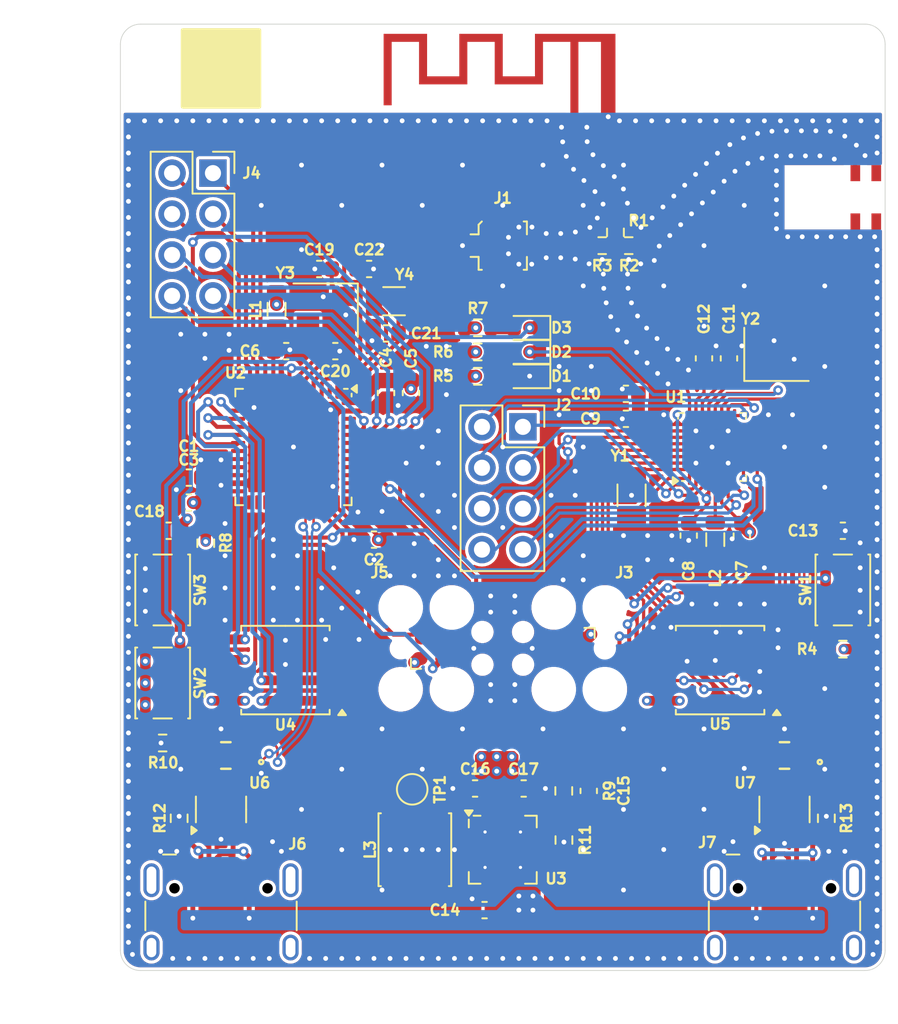
<source format=kicad_pcb>
(kicad_pcb (version 20240108) (generator "pcbnew") (generator_version "8.0")
  (layers (0 "F.Cu" signal) (1 "In1.Cu" signal) (2 "In2.Cu" signal) (31 "B.Cu" signal) (34 "B.Paste" user) (35 "F.Paste" user) (36 "B.SilkS" user "B.Silkscreen") (37 "F.SilkS" user "F.Silkscreen") (38 "B.Mask" user) (39 "F.Mask" user) (44 "Edge.Cuts" user))
  (net 0 "")
  (net 1 "Net-(AE1-A)")
  (net 2 "GND")
  (net 3 "Net-(U2-VCAP_1)")
  (net 4 "+3V3")
  (net 5 "+3.3VA")
  (net 6 "/CH_VDCIA")
  (net 7 "/CH_VINTA")
  (net 8 "/CH_NRST")
  (net 9 "/CH_HSE_I")
  (net 10 "Net-(D1-A)")
  (net 11 "/CH_LSE_I")
  (net 12 "/CH_STATUS")
  (net 13 "+5V")
  (net 14 "/STM_NRST")
  (net 15 "/STM_BOOT")
  (net 16 "/STM_HSE_I")
  (net 17 "/STM_STATUS")
  (net 18 "/STM_LSE_I")
  (net 19 "Net-(D2-A)")
  (net 20 "Net-(J1-In)")
  (net 21 "Net-(D3-A)")
  (net 22 "/CH_IO7")
  (net 23 "/CH_IO6")
  (net 24 "/CH_IO3")
  (net 25 "/CH_IO0")
  (net 26 "/CH_IO4")
  (net 27 "/CH_IO5")
  (net 28 "/CH_IO1")
  (net 29 "/CH_IO2")
  (net 30 "/STM_IO4")
  (net 31 "/STM_IO0")
  (net 32 "/STM_IO2")
  (net 33 "/STM_IO3")
  (net 34 "/STM_IO5")
  (net 35 "/STM_IO6")
  (net 36 "/STM_IO7")
  (net 37 "/CH_SWDIO")
  (net 38 "/CH_SWCLK")
  (net 39 "/STM_IO1")
  (net 40 "/STM_SWDIO")
  (net 41 "/STM_SWCLK")
  (net 42 "Net-(J6-D+-PadA6)")
  (net 44 "Net-(J6-D--PadA7)")
  (net 47 "Net-(J6-CC1)")
  (net 51 "Net-(J7-CC1)")
  (net 52 "Net-(J7-D+-PadA6)")
  (net 56 "Net-(J7-D--PadA7)")
  (net 60 "/CH_VSW")
  (net 61 "Net-(U1-ANT)")
  (net 62 "Net-(AE2-FEED)")
  (net 63 "/CH_HSE_O")
  (net 64 "/CH_LSE_O")
  (net 65 "/STM_HSE_O")
  (net 66 "/STM_LSE_O")
  (net 67 "/STM_SWO")
  (net 68 "/CH_W25Q128_NWP")
  (net 69 "/CH_FLASH_SPI_MISO")
  (net 70 "/CH_FLASH_SPI_NCS")
  (net 71 "/CH_FLASH_SPI_CLK")
  (net 72 "/CH_FLASH_SPI_MOSI")
  (net 73 "/CH_W25Q128_NRST")
  (net 74 "/TX")
  (net 75 "/RX")
  (net 76 "/CH_USB/USB_DP")
  (net 77 "/CH_USB/USB_DN")
  (net 81 "/STM_W25Q128_NRST")
  (net 82 "/STM_USB/USB_DN")
  (net 83 "/STM_USB/USB_DP")
  (net 85 "/STM_FLASH_SPI_MISO")
  (net 86 "/STM_FLASH_SPI_CLK")
  (net 87 "/STM_FLASH_SPI_NCS")
  (net 89 "/STM_W25Q128_NWP")
  (net 93 "/STM_FLASH_SPI_MOSI")
  (net 96 "Net-(FL1-Pad4)")
  (net 97 "Net-(FL1-Pad1)")
  (net 98 "Net-(FL2-Pad1)")
  (net 99 "Net-(FL2-Pad4)")
  (net 100 "Net-(L3-Pad2)")
  (net 101 "Net-(L3-Pad1)")
  (net 102 "Net-(U3-FB)")
  (footprint "LED_SMD:LED_0603_1608Metric" (layer "F.Cu") (at 161.47 110.612501 180)
    (property "Reference" "D1")
    (property "Value" "PWR")
  )
  (footprint "Package_DFN_QFN:QFN-48-1EP_7x7mm_P0.5mm_EP5.6x5.6mm" (layer "F.Cu") (at 147 115 -90)
    (property "Reference" "U2")
    (property "Value" "STM32F412CGUx")
  )
  (footprint "Capacitor_SMD:C_0603_1608Metric" (layer "F.Cu") (at 148.600001 103.95)
    (property "Reference" "C19")
    (property "Value" "12p")
  )
  (footprint "Marijn_KiCad:ACM2012_900_2P_T002_Correct" (layer "F.Cu") (at 177.5 134.15 180)
    (property "Reference" "FL2" (hide yes))
    (property "Value" "TDK ACM2012-900" (hide yes))
  )
  (footprint "Capacitor_SMD:C_0603_1608Metric" (layer "F.Cu") (at 158.28 136.2 180)
    (property "Reference" "C16")
    (property "Value" "22u")
  )
  (footprint "Inductor_SMD:L_0805_2012Metric" (layer "F.Cu") (at 145.949999 106.45 -90)
    (property "Reference" "L1")
    (property "Value" "10u")
  )
  (footprint "Capacitor_SMD:C_0603_1608Metric" (layer "F.Cu") (at 171.55 120.5 90)
    (property "Reference" "C8")
    (property "Value" "4u7")
  )
  (footprint "Capacitor_SMD:C_0603_1608Metric" (layer "F.Cu") (at 174.05 109.5 -90)
    (property "Reference" "C11")
    (property "Value" "470n")
  )
  (footprint "LED_SMD:LED_0603_1608Metric" (layer "F.Cu") (at 161.47 109.100001 180)
    (property "Reference" "D2")
    (property "Value" "CH_STATUS")
  )
  (footprint "Connector_PinSocket_2.54mm:PinSocket_2x04_P2.54mm_Vertical" (layer "F.Cu") (at 142 98)
    (property "Reference" "J4")
    (property "Value" "Conn_02x04_Counter_Clockwise")
  )
  (footprint "Button_Switch_SMD:SW_SPST_PTS810" (layer "F.Cu") (at 138.875 123.875 -90)
    (property "Reference" "SW3")
    (property "Value" "NRST")
  )
  (footprint "Package_DFN_QFN:QFN-32-1EP_4x4mm_P0.4mm_EP2.65x2.65mm" (layer "F.Cu") (at 173 115 90)
    (property "Reference" "U1")
    (property "Value" "~")
  )
  (footprint "Crystal:Crystal_SMD_3225-4Pin_3.2x2.5mm" (layer "F.Cu") (at 148.999999 106.5 180)
    (property "Reference" "Y3")
    (property "Value" "25MHz")
  )
  (footprint "Capacitor_SMD:C_0603_1608Metric" (layer "F.Cu") (at 146.549999 109.05)
    (property "Reference" "C6")
    (property "Value" "100n")
  )
  (footprint "Resistor_SMD:R_0603_1608Metric" (layer "F.Cu") (at 167 101.675 -90)
    (property "Reference" "R1")
    (property "Value" "0")
  )
  (footprint "Resistor_SMD:R_0603_1608Metric" (layer "F.Cu") (at 158.45 107.600001)
    (property "Reference" "R7")
    (property "Value" "1k")
  )
  (footprint "Capacitor_SMD:C_0603_1608Metric" (layer "F.Cu") (at 152.75 111.65 -90)
    (property "Reference" "C4")
    (property "Value" "100n")
  )
  (footprint "Resistor_SMD:R_0603_1608Metric" (layer "F.Cu") (at 138.875 133.375)
    (property "Reference" "R10")
    (property "Value" "10k")
  )
  (footprint "Connector_USB:USB_C_Receptacle_HCTL_HC-TYPE-C-16P-01A" (layer "F.Cu") (at 142.5 145)
    (property "Reference" "J6")
    (property "Value" "CH_USB_C")
  )
  (footprint "Capacitor_SMD:C_0603_1608Metric" (layer "F.Cu") (at 149.599999 109.05 180)
    (property "Reference" "C20")
    (property "Value" "12p")
  )
  (footprint "Resistor_SMD:R_0603_1608Metric" (layer "F.Cu") (at 139.9 138.05 90)
    (property "Reference" "R12")
    (property "Value" "5k1")
  )
  (footprint "Marijn_KiCad:SOIC-8_W25QxJVS" (layer "F.Cu") (at 173.5 128.85 180)
    (property "Reference" "U5")
    (property "Value" "W25Q128JVS")
  )
  (footprint "Capacitor_SMD:C_0603_1608Metric" (layer "F.Cu") (at 167.65 113.25)
    (property "Reference" "C9")
    (property "Value" "470n")
  )
  (footprint "Capacitor_SMD:C_0603_1608Metric" (layer "F.Cu") (at 161.3 136.2)
    (property "Reference" "C17")
    (property "Value" "22u")
  )
  (footprint "Resistor_SMD:R_0603_1608Metric" (layer "F.Cu") (at 141.55 120.975 90)
    (property "Reference" "R8")
    (property "Value" "10k")
  )
  (footprint "Capacitor_SMD:C_0603_1608Metric" (layer "F.Cu") (at 139.25 120.2)
    (property "Reference" "C18")
    (property "Value" "100n")
  )
  (footprint "Capacitor_SMD:C_0603_1608Metric" (layer "F.Cu") (at 167.65 111.7)
    (property "Reference" "C10")
    (property "Value" "100n")
  )
  (footprint "Resistor_SMD:R_0603_1608Metric" (layer "F.Cu") (at 166.175 102.5)
    (property "Reference" "R3")
    (property "Value" "0")
  )
  (footprint "Package_TO_SOT_SMD:SOT-23-6" (layer "F.Cu") (at 142.5 137.5 90)
    (property "Reference" "U6")
    (property "Value" "USBLC6-2SC6")
  )
  (footprint "Connector_PinSocket_2.54mm:PinSocket_2x04_P2.54mm_Vertical" (layer "F.Cu") (at 161.25 113.75)
    (property "Reference" "J2")
    (property "Value" "Conn_02x04_Counter_Clockwise")
  )
  (footprint "LED_SMD:LED_0603_1608Metric" (layer "F.Cu") (at 161.47 107.600001 180)
    (property "Reference" "D3")
    (property "Value" "STM_STATUS")
  )
  (footprint "Connector:Tag-Connect_TC2030-IDC-FP_2x03_P1.27mm_Vertical" (layer "F.Cu") (at 156.2 127.5)
    (property "Reference" "J5")
    (property "Value" "Conn_ARM_SWD_TagConnect_TC2030")
  )
  (footprint "Connector_USB:USB_C_Receptacle_HCTL_HC-TYPE-C-16P-01A" (layer "F.Cu") (at 177.5 145)
    (property "Reference" "J7")
    (property "Value" "CH_USB_C")
  )
  (footprint "Connector_Coaxial:U.FL_Molex_MCRF_73412-0110_Vertical" (layer "F.Cu") (at 160.000001 102.5 90)
    (property "Reference" "J1")
    (property "Value" "IPX")
  )
  (footprint "Package_DFN_QFN:QFN-20-1EP_4x4mm_P0.5mm_EP2.7x2.7mm_ThermalVias" (layer "F.Cu") (at 160 140)
    (property "Reference" "U3")
    (property "Value" "ISL91127IRAZ")
  )
  (footprint "Capacitor_SMD:C_0603_1608Metric" (layer "F.Cu") (at 152 120.75 180)
    (property "Reference" "C2")
    (property "Value" "100n")
  )
  (footprint "Inductor_SMD:L_0805_2012Metric" (layer "F.Cu") (at 173.2 120.75 -90)
    (property "Reference" "L2")
    (property "Value" "10u")
  )
  (footprint "Crystal:Crystal_SMD_3215-2Pin_3.2x1.5mm" (layer "F.Cu") (at 153.25 105.95)
    (property "Reference" "Y4")
    (property "Value" "32.786KHz")
  )
  (footprint "Resistor_SMD:R_0603_1608Metric" (layer "F.Cu") (at 180.1 138.05 90)
    (property "Reference" "R13")
    (property "Value" "5k1")
  )
  (footprint "Capacitor_SMD:C_0603_1608Metric" (layer "F.Cu") (at 172.5 109.5 -90)
    (property "Reference" "C12")
    (property "Value" "100n")
  )
  (footprint "Resistor_SMD:R_0603_1608Metric" (layer "F.Cu") (at 163.8 139.4 90)
    (property "Reference" "R11")
    (property "Value" "320k")
  )
  (footprint "Crystal:Crystal_SMD_3215-2Pin_3.2x1.5mm" (layer "F.Cu") (at 168 118 -90)
    (property "Reference" "Y1")
    (property "Value" "32.786KHz")
  )
  (footprint "Capacitor_SMD:C_0603_1608Metric" (layer "F.Cu") (at 174.85 120.5 90)
    (property "Reference" "C7")
    (property "Value" "2u2")
  )
  (footprint "Resistor_SMD:R_0603_1608Metric" (layer "F.Cu") (at 158.45 109.100001)
    (property "Reference" "R6")
    (property "Value" "1k")
  )
  (footprint "Marijn_KiCad:ACM2012_900_2P_T002_Correct" (layer "F.Cu") (at 142.8 134.15 180)
    (property "Reference" "FL1" (hide yes))
    (property "Value" "TDK ACM2012-900" (hide yes))
  )
  (footprint "Resistor_SMD:R_0603_1608Metric" (layer "F.Cu") (at 167.825 102.5)
    (property "Reference" "R2")
    (property "Value" "0")
  )
  (footprint "Capacitor_SMD:C_0603_1608Metric" (layer "F.Cu") (at 140.5 116.9 180)
    (property "Reference" "C1")
    (property "Value" "4u7")
  )
  (footprint "Crystal:Crystal_SMD_3225-4Pin_3.2x2.5mm" (layer "F.Cu") (at 177 109.25)
    (property "Reference" "Y2")
    (property "Value" "32MHz")
  )
  (footprint "TestPoint:TestPoint_Pad_D1.5mm" (layer "F.Cu") (at 154.375 136.25)
    (property "Reference" "TP1")
    (property "Value" "3V3")
  )
  (footprint "Button_Switch_SMD:SW_SPST_PTS810" (layer "F.Cu") (at 181.125 123.875 90)
    (property "Reference" "SW1")
    (property "Value" "NRST")
  )
  (footprint "Resistor_SMD:R_0603_1608Metric" (layer "F.Cu") (at 163.79 136.35 -90)
    (property "Reference" "R9")
    (property "Value" "1M")
  )
  (footprint "Capacitor_SMD:C_0603_1608Metric" (layer "F.Cu") (at 181.125 120.2 180)
    (property "Reference" "C13")
    (property "Value" "100n")
  )
  (footprint "Marijn_KiCad:SOIC-8_W25QxJVS" (layer "F.Cu") (at 146.5 128.85 180)
    (property "Reference" "U4")
    (property "Value" "W25Q128JVS")
  )
  (footprint "Connector:Tag-Connect_TC2030-IDC-FP_2x03_P1.27mm_Vertical" (layer "F.Cu") (at 163.8 127.5 180)
    (property "Reference" "J3")
    (property "Value" "Conn_ARM_SWD_TagConnect_TC2030")
  )
  (footprint "Capacitor_SMD:C_0603_1608Metric" (layer "F.Cu") (at 140.5 118.45 180)
    (property "Reference" "C3")
    (property "Value" "100n")
  )
  (footprint "Capacitor_SMD:C_0603_1608Metric" (layer "F.Cu") (at 152.749999 107.95)
    (property "Reference" "C21")
    (property "Value" "12p")
  )
  (footprint "Capacitor_SMD:C_0603_1608Metric" (layer "F.Cu") (at 151.7 103.949999 180)
    (property "Reference" "C22")
    (property "Value" "12p")
  )
  (footprint "Resistor_SMD:R_0603_1608Metric" (layer "F.Cu") (at 158.45 110.612501)
    (property "Reference" "R5")
    (property "Value" "5k1")
  )
  (footprint "RF_Antenna:Texas_SWRA117D_2.4GHz_Left" (layer "F.Cu") (at 164.45 94.5)
    (property "Reference" "AE1" (hide yes))
    (property "Value" "PCB_ANT")
  )
  (footprint "Inductor_SMD:L_APV_ANR4018" (layer "F.Cu") (at 154.54 140 90)
    (property "Reference" "L3")
    (property "Value" "1u")
  )
  (footprint "Capacitor_SMD:C_0603_1608Metric" (layer "F.Cu") (at 165.34 136.35 -90)
    (property "Reference" "C15")
    (property "Value" "56p")
  )
  (footprint "Capacitor_SMD:C_0603_1608Metric" (layer "F.Cu") (at 154.3 111.65 -90)
    (property "Reference" "C5")
    (property "Value" "4u7")
  )
  (footprint "Button_Switch_SMD:SW_SPST_PTS810" (layer "F.Cu") (at 138.875 129.65 90)
    (property "Reference" "SW2")
    (property "Value" "BOOT")
  )
  (footprint "Marijn_KiCad:2450AT18D0100" (layer "F.Cu") (at 182.55 99.5 -90)
    (property "Reference" "AE2" (hide yes))
    (property "Value" "2450AT18D0100")
  )
  (footprint "Package_TO_SOT_SMD:SOT-23-6" (layer "F.Cu") (at 177.5 137.5 90)
    (property "Reference" "U7")
    (property "Value" "USBLC6-2SC6")
  )
  (footprint "Capacitor_SMD:C_0603_1608Metric" (layer "F.Cu") (at 158.87 143.75 180)
    (property "Reference" "C14")
    (property "Value" "10u")
  )
  (footprint "Resistor_SMD:R_0603_1608Metric" (layer "F.Cu") (at 181.125 127.55)
    (property "Reference" "R4")
    (property "Value" "10k")
  )
  (gr_line (start 136.25 146.25) (end 136.25 90) (stroke (width 0.05)) (layer "Edge.Cuts"))
  (gr_line (start 137.5 88.75) (end 182.5 88.75) (stroke (width 0.05)) (layer "Edge.Cuts"))
  (gr_arc (start 183.75 146.25) (mid 183.383883 147.133883) (end 182.5 147.5) (stroke (width 0.05)) (layer "Edge.Cuts"))
  (gr_arc (start 182.5 88.75) (mid 183.383883 89.116117) (end 183.75 90) (stroke (width 0.05)) (layer "Edge.Cuts"))
  (gr_line (start 183.75 146.25) (end 183.75 90) (stroke (width 0.05)) (layer "Edge.Cuts"))
  (gr_line (start 137.5 147.5) (end 182.5 147.5) (stroke (width 0.05)) (layer "Edge.Cuts"))
  (gr_arc (start 136.25 90) (mid 136.616117 89.116117) (end 137.5 88.75) (stroke (width 0.05)) (layer "Edge.Cuts"))
  (gr_arc (start 137.5 147.5) (mid 136.616117 147.133883) (end 136.25 146.25) (stroke (width 0.05)) (layer "Edge.Cuts"))
  (segment (start 164.45 95.65) (end 164.45 94.5) (width 0.2) (layer "F.Cu") (net 1))
  (segment (start 167 100.1) (end 167 100.85) (width 0.2) (layer "F.Cu") (net 1))
  (segment (start 165.263172 97.613172) (end 166.469669 98.819669) (width 0.2) (layer "F.Cu") (net 1))
  (arc (start 164.45 95.65) (mid 164.661336 96.712461) (end 165.263172 97.613172) (width 0.2) (layer "F.Cu") (net 1))
  (arc (start 166.469669 98.819669) (mid 166.862171 99.40709) (end 167 100.1) (width 0.2) (layer "F.Cu") (net 1))
  (segment (start 148.825002 105.650002) (end 148.85 105.675) (width 0.8) (layer "F.Cu") (net 2))
  (segment (start 145.7 141.255) (end 145.7 139.5) (width 0.6) (layer "F.Cu") (net 2))
  (segment (start 180.1 137.225) (end 180.1 137.925) (width 0.8) (layer "F.Cu") (net 2))
  (segment (start 177.5 138.6375) (end 177.5 139.605) (width 0.3) (layer "F.Cu") (net 2))
  (segment (start 178.325 137.375) (end 177.5 138.2) (width 0.3) (layer "F.Cu") (net 2))
  (segment (start 142.625 117.249999) (end 142.5 117.374999) (width 0.25) (layer "F.Cu") (net 2))
  (segment (start 157.565 128.135) (end 158.2 127.5) (width 0.8) (layer "F.Cu") (net 2))
  (segment (start 177.100001 127.465) (end 177.1 127.465001) (width 0.6) (layer "F.Cu") (net 2))
  (segment (start 142.5 139.35) (end 142.5 138.6375) (width 0.3) (layer "F.Cu") (net 2))
  (segment (start 139.3 141.255) (end 139.3 140.55) (width 0.6) (layer "F.Cu") (net 2))
  (segment (start 157.504999 136.2) (end 156.9 136.2) (width 0.8) (layer "F.Cu") (net 2))
  (segment (start 137.8 125.95) (end 137.8 121.8) (width 0.65) (layer "F.Cu") (net 2))
  (segment (start 167.125 111.7) (end 167.425 111.4) (width 0.8) (layer "F.Cu") (net 2))
  (segment (start 158.094999 143.75) (end 158.094999 143.05) (width 0.2) (layer "F.Cu") (net 2))
  (segment (start 144.750001 117.249999) (end 147 115) (width 0.25) (layer "F.Cu") (net 2))
  (segment (start 175.575001 108.724999) (end 175.9 108.4) (width 0.8) (layer "F.Cu") (net 2))
  (segment (start 175.9 108.4) (end 176.85 108.4) (width 0.8) (layer "F.Cu") (net 2))
  (segment (start 149.004999 126.945001) (end 149 126.95) (width 0.6) (layer "F.Cu") (net 2))
  (segment (start 152.75 112.425001) (end 154.3 112.425001) (width 0.8) (layer "F.Cu") (net 2))
  (segment (start 138.05 133.375) (end 138.774131 133.375) (width 0.65) (layer "F.Cu") (net 2))
  (segment (start 150.437502 112.750001) (end 149.249999 112.750001) (width 0.25) (layer "F.Cu") (net 2))
  (segment (start 147.9 105.650002) (end 148.825002 105.650002) (width 0.8) (layer "F.Cu") (net 2))
  (segment (start 137.8 120.874999) (end 138.474999 120.2) (width 0.65) (layer "F.Cu") (net 2))
  (segment (start 178.1 110.1) (end 178.1 109.55) (width 0.8) (layer "F.Cu") (net 2))
  (segment (start 147.9 105.650002) (end 148.400002 105.650002) (width 0.4) (layer "F.Cu") (net 2))
  (segment (start 139.9 137.225) (end 140.075 137.4) (width 0.3) (layer "F.Cu") (net 2))
  (segment (start 173 115) (end 172 116) (width 0.25) (layer "F.Cu") (net 2))
  (segment (start 147.9 104.375002) (end 148.325002 103.95) (width 0.8) (layer "F.Cu") (net 2))
  (segment (start 139.9 137.225) (end 139.9 137.925) (width 0.8) (layer "F.Cu") (net 2))
  (segment (start 157.47 128.135) (end 157.565 128.135) (width 0.8) (layer "F.Cu") (net 2))
  (segment (start 149 106.85) (end 149.499998 107.349998) (width 0.4) (layer "F.Cu") (net 2))
  (segment (start 146.75 114.75) (end 144.55 112.55) (width 0.2) (layer "F.Cu") (net 2))
  (segment (start 182.2 121.8) (end 182.2 120.499999) (width 0.65) (layer "F.Cu") (net 2))
  (segment (start 152.475001 103.949999) (end 151.974999 103.949999) (width 0.8) (layer "F.Cu") (net 2))
  (segment (start 141.686262 137.4) (end 142.5 138.213738) (width 0.3) (layer "F.Cu") (net 2))
  (segment (start 180.7 141.255) (end 180.7 140.55) (width 0.6) (layer "F.Cu") (net 2))
  (segment (start 146.858056 109.05) (end 146.774998 108.966942) (width 0.8) (layer "F.Cu") (net 2))
  (segment (start 180.7 140.55) (end 180.25 140.1) (width 0.6) (layer "F.Cu") (net 2))
  (segment (start 180.7 140.65) (end 181.25 140.1) (width 0.6) (layer "F.Cu") (net 2))
  (segment (start 150.099998 106.950002) (end 150.25 106.8) (width 0.8) (layer "F.Cu") (net 2))
  (segment (start 150.100001 126.945001) (end 149.004999 126.945001) (width 0.6) (layer "F.Cu") (net 2))
  (segment (start 174.3 141.255) (end 174.3 140.65) (width 0.6) (layer "F.Cu") (net 2))
  (segment (start 180.7 141.255) (end 180.7 140.65) (width 0.6) (layer "F.Cu") (net 2))
  (segment (start 174.3 141.255) (end 174.3 139.5) (width 0.6) (layer "F.Cu") (net 2))
  (segment (start 138.774131 133.375) (end 138.775 133.374131) (width 0.65) (layer "F.Cu") (net 2))
  (segment (start 139.3 140.65) (end 138.75 140.1) (width 0.6) (layer "F.Cu") (net 2))
  (segment (start 150.375 109.05) (end 149.874998 109.05) (width 0.8) (layer "F.Cu") (net 2))
  (segment (start 177.100001 126.945001) (end 177.100001 127.465) (width 0.6) (layer "F.Cu") (net 2))
  (segment (start 152.425 112.750001) (end 152.75 112.425001) (width 0.25) (layer "F.Cu") (net 2))
  (segment (start 151.067551 126.945001) (end 151.07255 126.95) (width 0.6) (layer "F.Cu") (net 2))
  (segment (start 147 115) (end 149.31021 112.68979) (width 0.2) (layer "F.Cu") (net 2))
  (segment (start 174.822752 121.275001) (end 174.248875 120.701124) (width 0.8) (layer "F.Cu") (net 2))
  (segment (start 161.830405 127.5) (end 162.465404 126.865001) (width 0.8) (layer "F.Cu") (net 2))
  (segment (start 149.249999 118.924744) (end 151.075255 120.75) (width 0.25) (layer "F.Cu") (net 2))
  (segment (start 147.9 105.650002) (end 147.9 104.375002) (width 0.8) (layer "F.Cu") (net 2))
  (segment (start 166.875 113.249999) (end 166.874999 113.25) (width 0.8) (layer "F.Cu") (net 2))
  (segment (start 150.099998 108.825) (end 149.874998 109.05) (width 0.8) (layer "F.Cu") (net 2))
  (segment (start 151.224999 120.75) (end 150.774999 120.75) (width 0.8) (layer "F.Cu") (net 2))
  (segment (start 162.465404 126.865001) (end 162.530002 126.865001) (width 0.8) (layer "F.Cu") (net 2))
  (segment (start 161.682499 110.612502) (end 161.669998 110.600001) (width 0.8) (layer "F.Cu") (net 2))
  (segment (start 171.55 121.275001) (end 171.55 120.8) (width 0.6) (layer "F.Cu") (net 2))
  (segment (start 177.100001 126.945001) (end 177.100001 126.350001) (width 0.6) (layer "F.Cu") (net 2))
  (segment (start 173 115) (end 174 116) (width 0.25) (layer "F.Cu") (net 2))
  (segment (start 143.562498 117.249999) (end 144.750001 117.249999) (width 0.25) (layer "F.Cu") (net 2))
  (segment (start 162.075 136.2) (end 162.65 136.2) (width 0.8) (layer "F.Cu") (net 2))
  (segment (start 140.075 137.4) (end 141.686262 137.4) (width 0.3) (layer "F.Cu") (net 2))
  (segment (start 166.875 111.7) (end 167.125 111.7) (width 0.8) (layer "F.Cu") (net 2))
  (segment (start 139.724999 118.45) (end 139.724999 118.95) (width 0.65) (layer "F.Cu") (net 2))
  (segment (start 174.05 108.724999) (end 175.575001 108.724999) (width 0.8) (layer "F.Cu") (net 2))
  (segment (start 147.05 109.05) (end 146.250001 109.849999) (width 0.25) (layer "F.Cu") (net 2))
  (segment (start 163.8 140.225) (end 163.8 139.525) (width 0.8) (layer "F.Cu") (net 2))
  (segment (start 174.3 140.65) (end 173.75 140.1) (width 0.6) (layer "F.Cu") (net 2))
  (segment (start 177.5 138.2) (end 177.5 138.6375) (width 0.3) (layer "F.Cu") (net 2))
  (segment (start 177.100001 126.350001) (end 177.1 126.35) (width 0.6) (layer "F.Cu") (net 2))
  (segment (start 146.250001 114.250001) (end 147 115) (width 0.25) (layer "F.Cu") (net 2))
  (segment (start 166.875 111.7) (end 166.875 113.249999) (width 0.8) (layer "F.Cu") (net 2))
  (segment (start 147.325 109.05) (end 147.05 109.05) (width 0.25) (layer "F.Cu") (net 2))
  (segment (start 150.437502 112.750001) (end 152.425 112.750001) (width 0.25) (layer "F.Cu") (net 2))
  (segment (start 158.9 138.9) (end 157.504999 137.504999) (width 0.25) (layer "F.Cu") (net 2))
  (segment (start 139.724999 118.95) (end 138.474999 120.2) (width 0.65) (layer "F.Cu") (net 2))
  (segment (start 149.499998 107.349998) (end 150.099998 107.349998) (width 0.4) (layer "F.Cu") (net 2))
  (segment (start 149 106.25) (end 149 106.85) (width 0.4) (layer "F.Cu") (net 2))
  (segment (start 158.094999 141.905001) (end 158.094999 143.05) (width 0.25) (layer "F.Cu") (net 2))
  (segment (start 147 115) (end 149.45 117.45) (width 0.2) (layer "F.Cu") (net 2))
  (segment (start 139.3 140.55) (end 139.75 140.1) (width 0.6) (layer "F.Cu") (net 2))
  (segment (start 181.900001 120.2) (end 181.274999 120.2) (width 0.65) (layer "F.Cu") (net 2))
  (segment (start 174.85 121.275001) (end 174.822752 121.275001) (width 0.8) (layer "F.Cu") (net 2))
  (segment (start 180.1 137.225) (end 179.95 137.375) (width 0.3) (layer "F.Cu") (net 2))
  (segment (start 146.250001 109.849999) (end 146.250001 111.562502) (width 0.25) (layer "F.Cu") (net 2))
  (segment (start 137.8 121.8) (end 137.8 120.874999) (width 0.65) (layer "F.Cu") (net 2))
  (segment (start 150.099998 107.349998) (end 150.099998 106.950002) (width 0.8) (layer "F.Cu") (net 2))
  (segment (start 182.2 120.499999) (end 181.900001 120.2) (width 0.65) (layer "F.Cu") (net 2))
  (segment (start 158.9 141.1) (end 158.094999 141.905001) (width 0.25) (layer "F.Cu") (net 2))
  (segment (start 149.249999 112.750001) (end 147 115) (width 0.25) (layer "F.Cu") (net 2))
  (segment (start 143.562498 117.249999) (end 142.625 117.249999) (width 0.25) (layer "F.Cu") (net 2))
  (segment (start 146.250001 111.562502) (end 146.250001 114.250001) (width 0.25) (layer "F.Cu") (net 2))
  (segment (start 172.5 108.724999) (end 174.05 108.724999) (width 0.8) (layer "F.Cu") (net 2))
  (segment (start 148.400002 105.650002) (end 149 106.25) (width 0.4) (layer "F.Cu") (net 2))
  (segment (start 147.825 103.95) (end 148.325002 103.95) (width 0.8) (layer "F.Cu") (net 2))
  (segment (start 147 115) (end 146.75 114.75) (width 0.25) (layer "F.Cu") (net 2))
  (segment (start 166.874999 113.25) (end 167.425001 113.25) (width 0.8) (layer "F.Cu") (net 2))
  (segment (start 182.2 125.95) (end 182.2 121.8) (width 0.65) (layer "F.Cu") (net 2))
  (segment (start 151.075255 120.75) (end 151.224999 120.75) (width 0.25) (layer "F.Cu") (net 2))
  (segment (start 173 115) (end 174 114) (width 0.25) (layer "F.Cu") (net 2))
  (segment (start 151.974998 107.95) (end 151.974998 108.300002) (width 0.8) (layer "F.Cu") (net 2))
  (segment (start 147.325 109.05) (end 146.858056 109.05) (width 0.8) (layer "F.Cu") (net 2))
  (segment (start 149.249999 118.437502) (end 149.249999 118.924744) (width 0.25) (layer "F.Cu") (net 2))
  (segment (start 149.249999 117.249999) (end 147 115) (width 0.25) (layer "F.Cu") (net 2))
  (segment (start 179.95 137.375) (end 178.325 137.375) (width 0.3) (layer "F.Cu") (net 2))
  (segment (start 150.100001 126.945001) (end 151.067551 126.945001) (width 0.6) (layer "F.Cu") (net 2))
  (segment (start 162.257502 110.612502) (end 161.682499 110.612502) (width 0.8) (layer "F.Cu") (net 2))
  (segment (start 139.724999 116.9) (end 139.724999 118.45) (width 0.8) (layer "F.Cu") (net 2))
  (segment (start 157.504999 137.504999) (end 157.504999 136.2) (width 0.25) (layer "F.Cu") (net 2))
  (segment (start 151.974998 108.300002) (end 151.875 108.4) (width 0.8) (layer "F.Cu") (net 2))
  (segment (start 173 115) (end 172 114) (width 0.25) (layer "F.Cu") (net 2))
  (segment (start 145.7 141.255) (end 145.7 140.65) (width 0.6) (layer "F.Cu") (net 2))
  (segment (start 139.3 141.255) (end 139.3 140.65) (width 0.6) (layer "F.Cu") (net 2))
  (segment (start 142.5 138.213738) (end 142.5 138.6375) (width 0.3) (layer "F.Cu") (net 2))
  (segment (start 150.099998 107.349998) (end 150.099998 108.825) (width 0.8) (layer "F.Cu") (net 2))
  (segment (start 145.7 140.65) (end 146.25 140.1) (width 0.6) (layer "F.Cu") (net 2))
  (segment (start 149.249999 118.437502) (end 149.249999 117.249999) (width 0.25) (layer "F.Cu") (net 2))
  (via (at 180.352095 95.405305) (size 0.6) (drill 0.3) (layers "F.Cu" "B.Cu") (net 2))
  (via (at 163.722952 96.057733) (size 0.6) (drill 0.3) (layers "F.Cu" "B.Cu") (net 2))
  (via (at 156.75 94.75) (size 0.6) (drill 0.3) (layers "F.Cu" "B.Cu") (net 2))
  (via (at 150.75 120.75) (size 0.6) (drill 0.3) (layers "F.Cu" "B.Cu") (net 2))
  (via (at 141.25 115.8) (size 0.6) (drill 0.3) (layers "F.Cu" "B.Cu") (net 2))
  (via (at 152.5 142.5) (size 0.6) (drill 0.3) (layers "F.Cu" "B.Cu") (net 2))
  (via (at 183.25 112.75) (size 0.6) (drill 0.3) (layers "F.Cu" "B.Cu") (net 2))
  (via (at 154.5 123) (size 0.6) (drill 0.3) (layers "F.Cu" "B.Cu") (net 2))
  (via (at 171 146.75) (size 0.6) (drill 0.3) (layers "F.Cu" "B.Cu") (net 2))
  (via (at 183.25 120.75) (size 0.6) (drill 0.3) (layers "F.Cu" "B.Cu") (net 2))
  (via (at 172.5 102.5) (size 0.6) (drill 0.3) (layers "F.Cu" "B.Cu") (net 2))
  (via (at 162.5 97.5) (size 0.6) (drill 0.3) (layers "F.Cu" "B.Cu") (net 2))
  (via (at 147 115) (size 0.6) (drill 0.3) (layers "F.Cu" "B.Cu") (net 2))
  (via (at 175.95 130.205) (size 0.6) (drill 0.3) (layers "F.Cu" "B.Cu") (net 2))
  (via (at 143 108) (size 0.6) (drill 0.3) (layers "F.Cu" "B.Cu") (net 2))
  (via (at 152.5 132.5) (size 0.6) (drill 0.3) (layers "F.Cu" "B.Cu") (net 2))
  (via (at 168 146.75) (size 0.6) (drill 0.3) (layers "F.Cu" "B.Cu") (net 2))
  (via (at 164.51112 101.655025) (size 0.6) (drill 0.3) (layers "F.Cu" "B.Cu") (net 2))
  (via (at 183.25 137.75) (size 0.6) (drill 0.3) (layers "F.Cu" "B.Cu") (net 2))
  (via (at 171.75 124.75) (size 0.6) (drill 0.3) (layers "F.Cu" "B.Cu") (net 2))
  (via (at 183.25 116.75) (size 0.6) (drill 0.3) (layers "F.Cu" "B.Cu") (net 2))
  (via (at 152.5 102.5) (size 0.6) (drill 0.3) (layers "F.Cu" "B.Cu") (net 2))
  (via (at 182.2 120.95) (size 0.6) (drill 0.3) (layers "F.Cu" "B.Cu") (net 2))
  (via (at 166 146.75) (size 0.6) (drill 0.3) (layers "F.Cu" "B.Cu") (net 2))
  (via (at 177 101.45) (size 0.6) (drill 0.3) (layers "F.Cu" "B.Cu") (net 2))
  (via (at 172 146.75) (size 0.6) (drill 0.3) (layers "F.Cu" "B.Cu") (net 2))
  (via (at 178.8 96.927692) (size 0.6) (drill 0.3) (layers "F.Cu" "B.Cu") (net 2))
  (via (at 183.25 127.75) (size 0.6) (drill 0.3) (layers "F.Cu" "B.Cu") (net 2))
  (via (at 183.25 125.75) (size 0.6) (drill 0.3) (layers "F.Cu" "B.Cu") (net 2))
  (via (at 166.928452 98.213984) (size 0.6) (drill 0.3) (layers "F.Cu" "B.Cu") (net 2))
  (via (at 177 100.55) (size 0.6) (drill 0.3) (layers "F.Cu" "B.Cu") (net 2))
  (via (at 173.25 124.75) (size 0.6) (drill 0.3) (layers "F.Cu" "B.Cu") (net 2))
  (via (at 165 121.75) (size 0.6) (drill 0.3) (layers "F.Cu" "B.Cu") (net 2))
  (via (at 181.25 94.75) (size 0.6) (drill 0.3) (layers "F.Cu" "B.Cu") (net 2))
  (via (at 153 146.75) (size 0.6) (drill 0.3) (layers "F.Cu" "B.Cu") (net 2))
  (via (at 148.75 94.75) (size 0.6) (drill 0.3) (layers "F.Cu" "B.Cu") (net 2))
  (via (at 136.75 115.75) (size 0.6) (drill 0.3) (layers "F.Cu" "B.Cu") (net 2))
  (via (at 142.75 123.75) (size 0.6) (drill 0.3) (layers "F.Cu" "B.Cu") (net 2))
  (via (at 174 114) (size 0.6) (drill 0.3) (layers "F.Cu" "B.Cu") (net 2))
  (via (at 151 124) (size 0.6) (drill 0.3) (layers "F.Cu" "B.Cu") (net 2))
  (via (at 157.75 94.75) (size 0.6) (drill 0.3) (layers "F.Cu" "B.Cu") (net 2))
  (via (at 152.75 94.75) (size 0.6) (drill 0.3) (layers "F.Cu" "B.Cu") (net 2))
  (via (at 148.325002 103.95) (size 0.6) (drill 0.3) (layers "F.Cu" "B.Cu") (net 2))
  (via (at 154 116) (size 0.6) (drill 0.3) (layers "F.Cu" "B.Cu") (net 2))
  (via (at 155 140) (size 0.6) (drill 0.3) (layers "F.Cu" "B.Cu") (net 2))
  (via (at 183.25 131.75) (size 0.6) (drill 0.3) (layers "F.Cu" "B.Cu") (net 2))
  (via (at 170.25 94.75) (size 0.6) (drill 0.3) (layers "F.Cu" "B.Cu") (net 2))
  (via (at 156 122) (size 0.6) (drill 0.3) (layers "F.Cu" "B.Cu") (net 2))
  (via (at 183.25 126.75) (size 0.6) (drill 0.3) (layers "F.Cu" "B.Cu") (net 2))
  (via (at 183.25 115.75) (size 0.6) (drill 0.3) (layers "F.Cu" "B.Cu") (net 2))
  (via (at 146.75 94.75) (size 0.6) (drill 0.3) (layers "F.Cu" "B.Cu") (net 2))
  (via (at 168.317766 109.132234) (size 0.6) (drill 0.3) (layers "F.Cu" "B.Cu") (net 2))
  (via (at 183.25 142.75) (size 0.6) (drill 0.3) (layers "F.Cu" "B.Cu") (net 2))
  (via (at 152 122) (size 0.6) (drill 0.3) (layers "F.Cu" "B.Cu") (net 2))
  (via (at 177.7 101.95) (size 0.6) (drill 0.3) (layers "F.Cu" "B.Cu") (net 2))
  (via (at 177.5 115) (size 0.6) (drill 0.3) (layers "F.Cu" "B.Cu") (net 2))
  (via (at 169.350003 126.195001) (size 0.6) (drill 0.3) (layers "F.Cu" "B.Cu") (net 2))
  (via (at 162.5 132.5) (size 0.6) (drill 0.3) (layers "F.Cu" "B.Cu") (net 2))
  (via (at 177 97.85) (size 0.6) (drill 0.3) (layers "F.Cu" "B.Cu") (net 2))
  (via (at 157.5 97.5) (size 0.6) (drill 0.3) (layers "F.Cu" "B.Cu") (net 2))
  (via (at 161.75 94.75) (size 0.6) (drill 0.3) (layers "F.Cu" "B.Cu") (net 2))
  (via (at 180 115) (size 0.6) (drill 0.3) (layers "F.Cu" "B.Cu") (net 2))
  (via (at 136.75 118.75) (size 0.6) (drill 0.3) (layers "F.Cu" "B.Cu") (net 2))
  (via (at 136.75 130.75) (size 0.6) (drill 0.3) (layers "F.Cu" "B.Cu") (net 2))
  (via (at 147.5 137.5) (size 0.6) (drill 0.3) (layers "F.Cu" "B.Cu") (net 2))
  (via (at 156 123) (size 0.6) (drill 0.3) (layers "F.Cu" "B.Cu") (net 2))
  (via (at 156 116) (size 0.6) (drill 0.3) (layers "F.Cu" "B.Cu") (net 2))
  (via (at 173.25 108.724999) (size 0.6) (drill 0.3) (layers "F.Cu" "B.Cu") (net 2))
  (via (at 180 110) (size 0.6) (drill 0.3) (layers "F.Cu" "B.Cu") (net 2))
  (via (at 183 146.5) (size 0.6) (drill 0.3) (layers "F.Cu" "B.Cu") (net 2))
  (via (at 166.273191 105.151054) (size 0.6) (drill 0.3) (layers "F.Cu" "B.Cu") (net 2))
  (via (at 165 123.25) (size 0.6) (drill 0.3) (layers "F.Cu" "B.Cu") (net 2))
  (via (at 161.799803 103.652691) (size 0.6) (drill 0.3) (layers "F.Cu" "B.Cu") (net 2))
  (via (at 160.75 124.25) (size 0.6) (drill 0.3) (layers "F.Cu" "B.Cu") (net 2))
  (via (at 145 100) (size 0.6) (drill 0.3) (layers "F.Cu" "B.Cu") (net 2))
  (via (at 174.75 126.5) (size 0.6) (drill 0.3) (layers "F.Cu" "B.Cu") (net 2))
  (via (at 183.25 145.75) (size 0.6) (drill 0.3) (layers "F.Cu" "B.Cu") (net 2))
  (via (at 170.450003 126.195) (size 0.6) (drill 0.3) (layers "F.Cu" "B.Cu") (net 2))
  (via (at 159.25 129.75) (size 0.6) (drill 0.3) (layers "F.Cu" "B.Cu") (net 2))
  (via (at 142.5 132.5) (size 0.6) (drill 0.3) (layers "F.Cu" "B.Cu") (net 2))
  (via (at 176.997123 96.934814) (size 0.6) (drill 0.3) (layers "F.Cu" "B.Cu") (net 2))
  (via (at 151.875 108.4) (size 0.6) (drill 0.3) (layers "F.Cu" "B.Cu") (net 2))
  (via (at 136.75 121.75) (size 0.6) (drill 0.3) (layers "F.Cu" "B.Cu") (net 2))
  (via (at 160.75 130.75) (size 0.6) (drill 0.3) (layers "F.Cu" "B.Cu") (net 2))
  (via (at 136.75 111.75) (size 0.6) (drill 0.3) (layers "F.Cu" "B.Cu") (net 2))
  (via (at 148.75 125.75) (size 0.6) (drill 0.3) (layers "F.Cu" "B.Cu") (net 2))
  (via (at 136.75 123.75) (size 0.6) (drill 0.3) (layers "F.Cu" "B.Cu") (net 2))
  (via (at 159 146.75) (size 0.6) (drill 0.3) (layers "F.Cu" "B.Cu") (net 2))
  (via (at 177.25 94.75) (size 0.6) (drill 0.3) (layers "F.Cu" "B.Cu") (net 2))
  (via (at 165.5 111.5) (size 0.6) (drill 0.3) (layers "F.Cu" "B.Cu") (net 2))
  (via (at 176.25 124.75) (size 0.6) (drill 0.3) (layers "F.Cu" "B.Cu") (net 2))
  (via (at 157 140) (size 0.6) (drill 0.3) (layers "F.Cu" "B.Cu") (net 2))
  (via (at 181.24395 95.705232) (size 0.6) (drill 0.3) (layers "F.Cu" "B.Cu") (net 2))
  (via (at 180.25 140.1) (size 0.6) (drill 0.3) (layers "F.Cu" "B.Cu") (net 2))
  (via (at 170.232234 108.917766) (size 0.6) (drill 0.3) (layers "F.Cu" "B.Cu") (net 2))
  (via (at 169.999999 139.990064) (size 0.6) (drill 0.3) (layers "F.Cu" "B.Cu") (net 2))
  (via (at 179.45 95.372308) (size 0.6) (drill 0.3) (layers "F.Cu" "B.Cu") (net 2))
  (via (at 177 99.65) (size 0.6) (drill 0.3) (layers "F.Cu" "B.Cu") (net 2))
  (via (at 183.25 143.75) (size 0.6) (drill 0.3) (layers "F.Cu" "B.Cu") (net 2))
  (via (at 181.25 140.1) (size 0.6) (drill 0.3) (layers "F.Cu" "B.Cu") (net 2))
  (via (at 150.75 94.75) (size 0.6) (drill 0.3) (layers "F.Cu" "B.Cu") (net 2))
  (via (at 155.25 108.75) (size 0.6) (drill 0.3) (layers "F.Cu" "B.Cu") (net 2))
  (via (at 148.85 105.675) (size 0.6) (drill 0.3) (layers "F.Cu" "B.Cu") (net 2))
  (via (at 180.4 101.95) (size 0.6) (drill 0.3) (layers "F.Cu" "B.Cu") (net 2))
  (via (at 155.75 94.75) (size 0.6) (drill 0.3) (layers "F.Cu" "B.Cu") (net 2))
  (via (at 137.8 123.9) (size 0.6) (drill 0.3) (layers "F.Cu" "B.Cu") (net 2))
  (via (at 173 115) (size 0.6) (drill 0.3) (layers "F.Cu" "B.Cu") (net 2))
  (via (at 136.75 124.75) (size 0.6) (drill 0.3) (layers "F.Cu" "B.Cu") (net 2))
  (via (at 160.75 94.75) (size 0.6) (drill 0.3) (layers "F.Cu" "B.Cu") (net 2))
  (via (at 183.25 109.75) (size 0.6) (drill 0.3) (layers "F.Cu" "B.Cu") (net 2))
  (via (at 145 135.25) (size 0.6) (drill 0.3) (layers "F.Cu" "B.Cu") (net 2))
  (via (at 166.706993 106.909512) (size 0.6) (drill 0.3) (layers "F.Cu" "B.Cu") (net 2))
  (via (at 165.5 113) (size 0.6) (drill 0.3) (layers "F.Cu" "B.Cu") (net 2))
  (via (at 136.75 140.75) (size 0.6) (drill 0.3) (layers "F.Cu" "B.Cu") (net 2))
  (via (at 183.25 122.75) (size 0.6) (drill 0.3) (layers "F.Cu" "B.Cu") (net 2))
  (via (at 159.75 94.75) (size 0.6) (drill 0.3) (layers "F.Cu" "B.Cu") (net 2))
  (via (at 145.75 94.75) (size 0.6) (drill 0.3) (layers "F.Cu" "B.Cu") (net 2))
  (via (at 183.25 138.75) (size 0.6) (drill 0.3) (layers "F.Cu" "B.Cu") (net 2))
  (via (at 145.75 125.75) (size 0.6) (drill 0.3) (layers "F.Cu" "B.Cu") (net 2))
  (via (at 167.744417 99.865833) (size 0.6) (drill 0.3) (layers "F.Cu" "B.Cu") (net 2))
  (via (at 166.423879 106.049501) (size 0.6) (drill 0.3) (layers "F.Cu" "B.Cu") (net 2))
  (via (at 157 120) (size 0.6) (drill 0.3) (layers "F.Cu" "B.Cu") (net 2))
  (via (at 173.25 94.75) (size 0.6) (drill 0.3) (layers "F.Cu" "B.Cu") (net 2))
  (via (at 172 116) (size 0.6) (drill 0.3) (layers "F.Cu" "B.Cu") (net 2))
  (via (at 165.042766 98.457234) (size 0.6) (drill 0.3) (layers "F.Cu" "B.Cu") (net 2))
  (via (at 170.5 120.5) (size 0.6) (drill 0.3) (layers "F.Cu" "B.Cu") (net 2))
  (via (at 178 113) (size 0.6) (drill 0.3) (layers "F.Cu" "B.Cu") (net 2))
  (via (at 167.25 94.75) (size 0.6) (drill 0.3) (layers "F.Cu" "B.Cu") (net 2))
  (via (at 164.5 116.5) (size 0.6) (drill 0.3) (layers "F.Cu" "B.Cu") (net 2))
  (via (at 169 122) (size 0.6) (drill 0.3) (layers "F.Cu" "B.Cu") (net 2))
  (via (at 147.25 125.75) (size 0.6) (drill 0.3) (layers "F.Cu" "B.Cu") (net 2))
  (via (at 157.5 102.5) (size 0.6) (drill 0.3) (layers "F.Cu" "B.Cu") (net 2))
  (via (at 136.75 143.75) (size 0.6) (drill 0.3) (layers "F.Cu" "B.Cu") (net 2))
  (via (at 160.355903 101.984576) (size 0.6) (drill 0.3) (layers "F.Cu" "B.Cu") (net 2))
  (via (at 177.9 96.927692) (size 0.6) (drill 0.3) (layers "F.Cu" "B.Cu") (net 2))
  (via (at 139.75 140.1) (size 0.6) (drill 0.3) (layers "F.Cu" "B.Cu") (net 2))
  (via (at 136.75 105.75) (size 0.6) (drill 0.3) (layers "F.Cu" "B.Cu") (net 2))
  (via (at 163.8 139.525) (size 0.6) (drill 0.3) (layers "F.Cu" "B.Cu") (net 2))
  (via (at 136.75 117.75) (size 0.6) (drill 0.3) (layers "F.Cu" "B.Cu") (net 2))
  (via (at 141.5 146.75) (size 0.6) (drill 0.3) (layers "F.Cu" "B.Cu") (net 2))
  (via (at 175 105) (size 0.6) (drill 0.3) (layers "F.Cu" "B.Cu") (net 2))
  (via (at 167.494541 98.983769) (size 0.6) (drill 0.3) (layers "F.Cu" "B.Cu") (net 2))
  (via (at 167.425001 113.25) (size 0.6) (drill 0.3) (layers "F.Cu" "B.Cu") (net 2))
  (via (at 169.275088 100.775088) (size 0.6) (drill 0.3) (layers "F.Cu" "B.Cu") (net 2))
  (via (at 136.75 129.75) (size 0.6) (drill 0.3) (layers "F.Cu" "B.Cu") (net 2))
  (via (at 146.774998 108.966942) (size 0.6) (drill 0.3) (layers "F.Cu" "B.Cu") (net 2))
  (via (at 149.75 94.75) (size 0.6) (drill 0.3) (layers "F.Cu" "B.Cu") (net 2))
  (via (at 171.45 128.3) (size 0.6) (drill 0.3) (layers "F.Cu" "B.Cu") (net 2))
  (via (at 149.5 122.5) (size 0.6) (drill 0.3) (layers "F.Cu" "B.Cu") (net 2))
  (via (at 162.7 101.747308) (size 0.6) (drill 0.3) (layers "F.Cu" "B.Cu") (net 2))
  (via (at 172.650088 97.400088) (size 0.6) (drill 0.3) (layers "F.Cu" "B.Cu") (net 2))
  (via (at 144.35 130) (size 0.6) (drill 0.3) (layers "F.Cu" "B.Cu") (net 2))
  (via (at 169.582234 108.267766) (size 0.6) (drill 0.3) (layers "F.Cu" "B.Cu") (net 2))
  (via (at 167.752692 104.266505) (size 0.6) (drill 0.3) (layers "F.Cu" "B.Cu") (net 2))
  (via (at 136.75 136.75) (size 0.6) (drill 0.3) (layers "F.Cu" "B.Cu") (net 2))
  (via (at 147.5 97.499999) (size 0.6) (drill 0.3) (layers "F.Cu" "B.Cu") (net 2))
  (via (at 183.25 124.75) (size 0.6) (drill 0.3) (layers "F.Cu" "B.Cu") (net 2))
  (via (at 155 115) (size 0.6) (drill 0.3) (layers "F.Cu" "B.Cu") (net 2))
  (via (at 144.5 146.75) (size 0.6) (drill 0.3) (layers "F.Cu" "B.Cu") (net 2))
  (via (at 156.5 111.75) (size 0.6) (drill 0.3) (layers "F.Cu" "B.Cu") (net 2))
  (via (at 176.25 94.75) (size 0.6) (drill 0.3) (layers "F.Cu" "B.Cu") (net 2))
  (via (at 183.25 111.75) (size 0.6) (drill 0.3) (layers "F.Cu" "B.Cu") (net 2))
  (via (at 156 146.75) (size 0.6) (drill 0.3) (layers "F.Cu" "B.Cu") (net 2))
  (via (at 156 114) (size 0.6) (drill 0.3) (layers "F.Cu" "B.Cu") (net 2))
  (via (at 165.872308 100.786897) (size 0.6) (drill 0.3) (layers "F.Cu" "B.Cu") (net 2))
  (via (at 163.6 101.747308) (size 0.6) (drill 0.3) (layers "F.Cu" "B.Cu") (net 2))
  (via (at 183.25 110.75) (size 0.6) (drill 0.3) (layers "F.Cu" "B.Cu") (net 2))
  (via (at 174.950718 95.814113) (size 0.6) (drill 0.3) (layers "F.Cu" "B.Cu") (net 2))
  (via (at 153.5 112.425001) (size 0.6) (drill 0.3) (layers "F.Cu" "B.Cu") (net 2))
  (via (at 136.75 131.75) (size 0.6) (drill 0.3) (layers "F.Cu" "B.Cu") (net 2))
  (via (at 181.964874 96.265051) (size 0.6) (drill 0.3) (layers "F.Cu" "B.Cu") (net 2))
  (via (at 145.75 120.75) (size 0.6) (drill 0.3) (layers "F.Cu" "B.Cu") (net 2))
  (via (at 183.25 117.75) (size 0.6) (drill 0.3) (layers "F.Cu" "B.Cu") (net 2))
  (via (at 163.5 111.5) (size 0.6) (drill 0.3) (layers "F.Cu" "B.Cu") (net 2))
  (via (at 139.724999 117.65) (size 0.6) (drill 0.3) (layers "F.Cu" "B.Cu") (net 2))
  (via (at 146.25 140.1) (size 0.6) (drill 0.3) (layers "F.Cu" "B.Cu") (net 2))
  (via (at 174.3 139.5) (size 0.6) (drill 0.3) (layers "F.Cu" "B.Cu") (net 2))
  (via (at 175 134.95) (size 0.6) (drill 0.3) (layers "F.Cu" "B.Cu") (net 2))
  (via (at 136.75 133.75) (size 0.6) (drill 0.3) (layers "F.Cu" "B.Cu") (net 2))
  (via (at 144.75 94.75) (size 0.6) (drill 0.3) (layers "F.Cu" "B.Cu") (net 2))
  (via (at 175.829107 95.537256) (size 0.6) (drill 0.3) (layers "F.Cu" "B.Cu") (net 2))
  (via (at 147.242069 123.756617) (size 0.6) (drill 0.3) (layers "F.Cu" "B.Cu") (net 2))
  (via (at 142.5 117.374999) (size 0.6) (drill 0.3) (layers "F.Cu" "B.Cu") (net 2))
  (via (at 146.5 128.5) (size 0.6) (drill 0.3) (layers "F.Cu" "B.Cu") (net 2))
  (via (at 167.5 142.5) (size 0.6) (drill 0.3) (layers "F.Cu" "B.Cu") (net 2))
  (via (at 160 146.75) (size 0.6) (drill 0.3) (layers "F.Cu" "B.Cu") (net 2))
  (via (at 183.25 104.75) (size 0.6) (drill 0.3) (layers "F.Cu" "B.Cu") (net 2))
  (via (at 136.75 106.75) (size 0.6) (drill 0.3) (layers "F.Cu" "B.Cu") (net 2))
  (via (at 172.5 132.5) (size 0.6) (drill 0.3) (layers "F.Cu" "B.Cu") (net 2))
  (via (at 164.502329 103.334543) (size 0.6) (drill 0.3) (layers "F.Cu" "B.Cu") (net 2))
  (via (at 165 115) (size 0.6) (drill 0.3) (layers "F.Cu" "B.Cu") (net 2))
  (via (at 139.9 137.925) (size 0.6) (drill 0.3) (layers "F.Cu" "B.Cu") (net 2))
  (via (at 136.75 139.75) (size 0.6) (drill 0.3) (layers "F.Cu" "B.Cu") (net 2))
  (via (at 165.413103 101.372308) (size 0.6) (drill 0.3) (layers "F.Cu" "B.Cu") (net 2))
  (via (at 160 100) (size 0.6) (drill 0.3) (layers "F.Cu" "B.Cu") (net 2))
  (via (at 136.75 119.75) (size 0.6) (drill 0.3) (layers "F.Cu" "B.Cu") (net 2))
  (via (at 183.25 144.75) (size 0.6) (drill 0.3) (layers "F.Cu" "B.Cu") (net 2))
  (via (at 170 105) (size 0.6) (drill 0.3) (layers "F.Cu" "B.Cu") (net 2))
  (via (at 183.25 139.75) (size 0.6) (drill 0.3) (layers "F.Cu" "B.Cu") (net 2))
  (via (at 138.775 133.374131) (size 0.6) (drill 0.3) (layers "F.Cu" "B.Cu") (net 2))
  (via (at 158.2 127.5) (size 0.6) (drill 0.3) (layers "F.Cu" "B.Cu") (net 2))
  (via (at 180 117.5) (size 0.6) (drill 0.3) (layers "F.Cu" "B.Cu") (net 2))
  (via (at 147.25 121.75) (size 0.6) (drill 0.3) (layers "F.Cu" "B.Cu") (net 2))
  (via (at 183.25 105.75) (size 0.6) (drill 0.3) (layers "F.Cu" "B.Cu") (net 2))
  (via (at 165.601923 96.855468) (size 0.6) (drill 0.3) (layers "F.Cu" "B.Cu") (net 2))
  (via (at 183.25 140.75) (size 0.6) (drill 0.3) (layers "F.Cu" "B.Cu") (net 2))
  (via (at 169.411412 103.421123) (size 0.6) (drill 0.3) (layers "F.Cu" "B.Cu") (net 2))
  (via (at 170 146.75) (size 0.6) (drill 0.3) (layers "F.Cu" "B.Cu") (net 2))
  (via (at 161.830405 127.5) (size 0.6) (drill 0.3) (layers "F.Cu" "B.Cu") (net 2))
  (via (at 136.75 100.75) (size 0.6) (drill 0.3) (layers "F.Cu" "B.Cu") (net 2))
  (via (at 136.75 142.75) (size 0.6) (drill 0.3) (layers "F.Cu" "B.Cu") (net 2))
  (via (at 166.175001 103.360588) (size 0.6) (drill 0.3) (layers "F.Cu" "B.Cu") (net 2))
  (via (at 171.724912 100.524912) (size 0.6) (drill 0.3) (layers "F.Cu" "B.Cu") (net 2))
  (via (at 171.55 120.8) (size 0.6) (drill 0.3) (layers "F.Cu" "B.Cu") (net 2))
  (via (at 169.617766 110.432234) (size 0.6) (drill 0.3) (layers "F.Cu" "B.Cu") (net 2))
  (via (at 167.824999 103.360589) (size 0.6) (drill 0.3) (layers "F.Cu" "B.Cu") (net 2))
  (via (at 143.5 146.75) (size 0.6) (drill 0.3) (layers "F.Cu" "B.Cu") (net 2))
  (via (at 136.75 144.75) (size 0.6) (drill 0.3) (layers "F.Cu" "B.Cu") (net 2))
  (via (at 163 118) (size 0.6) (drill 0.3) (layers "F.Cu" "B.Cu") (net 2))
  (via (at 173.25 126.5) (size 0.6) (drill 0.3) (layers "F.Cu" "B.Cu") (net 2))
  (via (at 179.5 101.95) (size 0.6) (drill 0.3) (layers "F.Cu" "B.Cu") (net 2))
  (via (at 180 130) (size 0.6) (drill 0.3) (layers "F.Cu" "B.Cu") (net 2))
  (via (at 151.974999 103.949999) (size 0.6) (drill 0.3) (layers "F.Cu" "B.Cu") (net 2))
  (via (at 137.8 122.55) (size 0.6) (drill 0.3) (layers "F.Cu" "B.Cu") (net 2))
  (via (at 143 109) (size 0.6) (drill 0.3) (layers "F.Cu" "B.Cu") (net 2))
  (via (at 183.25 108.75) (size 0.6) (drill 0.3) (layers "F.Cu" "B.Cu") (net 2))
  (via (at 183.25 103.75) (size 0.6) (drill 0.3) (layers "F.Cu" "B.Cu") (net 2))
  (via (at 171.25 94.75) (size 0.6) (drill 0.3) (layers "F.Cu" "B.Cu") (net 2))
  (via (at 151.07255 126.95) (size 0.6) (drill 0.3) (layers "F.Cu" "B.Cu") (net 2))
  (via (at 160.354138 103.004013) (size 0.6) (drill 0.3) (layers "F.Cu" "B.Cu") (net 2))
  (via (at 163.947183 96.957578) (size 0.6) (drill 0.3) (layers "F.Cu" "B.Cu") (net 2))
  (via (at 167.137592 107.73869) (size 0.6) (drill 0.3) (layers "F.Cu" "B.Cu") (net 2))
  (via (at 167.5 97.5) (size 0.6) (drill 0.3) (layers "F.Cu" "B.Cu") (net 2))
  (via (at 158.75 94.75) (size 0.6) (drill 0.3) (layers "F.Cu" "B.Cu") (net 2))
  (via (at 151.75 94.75) (size 0.6) (drill 0.3) (layers "F.Cu" "B.Cu") (net 2))
  (via (at 155 135) (size 0.6) (drill 0.3) (layers "F.Cu" "B.Cu") (net 2))
  (via (at 174.85 108.724999) (size 0.6) (drill 0.3) (layers "F.Cu" "B.Cu") (net 2))
  (via (at 178.5 146.75) (size 0.6) (drill 0.3) (layers "F.Cu" "B.Cu") (net 2))
  (via (at 145.75 123.75) (size 0.6) (drill 0.3) (layers "F.Cu" "B.Cu") (net 2))
  (via (at 165.222155 95.15) (size 0.6) (drill 0.3) (layers "F.Cu" "B.Cu") (net 2))
  (via (at 145.75 121.75) (size 0.6) (drill 0.3) (layers "F.Cu" "B.Cu") (net 2))
  (via (at 139.75 94.75) (size 0.6) (drill 0.3) (layers "F.Cu" "B.Cu") (net 2))
  (via (at 160 105) (size 0.6) (drill 0.3) (layers "F.Cu" "B.Cu") (net 2))
  (via (at 167.425 111.4) (size 0.6) (drill 0.3) (layers "F.Cu" "B.Cu") (net 2))
  (via (at 152 146.75) (size 0.6) (drill 0.3) (layers "F.Cu" "B.Cu") (net 2))
  (via (at 180.1 137.925) (size 0.6) (drill 0.3) (layers "F.Cu" "B.Cu") (net 2))
  (via (at 165.5 110) (size 0.6) (drill 0.3) (layers "F.Cu" "B.Cu") (net 2))
  (via (at 136.75 120.75) (size 0.6) (drill 0.3) (layers "F.Cu" "B.Cu") (net 2))
  (via (at 166.229772 99.922948) (size 0.6) (drill 0.3) (layers "F.Cu" "B.Cu") (net 2))
  (via (at 176.719393 95.397787) (size 0.6) (drill 0.3) (layers "F.Cu" "B.Cu") (net 2))
  (via (at 174.75 124.75) (size 0.6) (drill 0.3) (layers "F.Cu" "B.Cu") (net 2))
  (via (at 168.373045 106.867786) (size 0.6) (drill 0.3) (layers "F.Cu" "B.Cu") (net 2))
  (via (at 173.2 128.25) (size 0.6) (drill 0.3) (layers "F.Cu" "B.Cu") (net 2))
  (via (at 183.25 141.75) (size 0.6) (drill 0.3) (layers "F.Cu" "B.Cu") (net 2))
  (via (at 142.75 125.75) (size 0.6) (drill 0.3) (layers "F.Cu" "B.Cu") (net 2))
  (via (at 138.75 140.1) (size 0.6) (drill 0.3) (layers "F.Cu" "B.Cu") (net 2))
  (via (at 138.75 94.75) (size 0.6) (drill 0.3) (layers "F.Cu" "B.Cu") (net 2))
  (via (at 155 146.75) (size 0.6) (drill 0.3) (layers "F.Cu" "B.Cu") (net 2))
  (via (at 177.5 146.75) (size 0.6) (drill 0.3) (layers "F.Cu" "B.Cu") (net 2))
  (via (at 141.5 108) (size 0.6) (drill 0.3) (layers "F.Cu" "B.Cu") (net 2))
  (via (at 159.25 130.75) (size 0.6) (drill 0.3) (layers "F.Cu" "B.Cu") (net 2))
  (via (at 168.936751 107.620168) (size 0.6) (drill 0.3) (layers "F.Cu" "B.Cu") (net 2))
  (via (at 183.25 134.75) (size 0.6) (drill 0.3) (layers "F.Cu" "B.Cu") (net 2))
  (via (at 173.074912 99.174912) (size 0.6) (drill 0.3) (layers "F.Cu" "B.Cu") (net 2))
  (via (at 182.25 94.75) (size 0.6) (drill 0.3) (layers "F.Cu" "B.Cu") (net 2))
  (via (at 175 99.999999) (size 0.6) (drill 0.3) (layers "F.Cu" "B.Cu") (net 2))
  (via (at 142.5 115.8) (size 0.6) (drill 0.3) (layers "F.Cu" "B.Cu") (net 2))
  (via (at 179.5 146.75) (size 0.6) (drill 0.3) (layers "F.Cu" "B.Cu") (net 2))
  (via (at 149 146.75) (size 0.6) (drill 0.3) (layers "F.Cu" "B.Cu") (net 2))
  (via (at 164 146.75) (size 0.6) (drill 0.3) (layers "F.Cu" "B.Cu") (net 2))
  (via (at 177.5 132.5) (size 0.6) (drill 0.3) (layers "F.Cu" "B.Cu") (net 2))
  (via (at 170.5 122) (size 0.6) (drill 0.3) (layers "F.Cu" "B.Cu") (net 2))
  (via (at 180.25 94.75) (size 0.6) (drill 0.3) (layers "F.Cu" "B.Cu") (net 2))
  (via (at 154 140) (size 0.6) (drill 0.3) (layers "F.Cu" "B.Cu") (net 2))
  (via (at 183.25 96.75) (size 0.6) (drill 0.3) (layers "F.Cu" "B.Cu") (net 2))
  (via (at 174.5 146.75) (size 0.6) (drill 0.3) (layers "F.Cu" "B.Cu") (net 2))
  (via (at 182.2 122.5) (size 0.6) (drill 0.3) (layers "F.Cu" "B.Cu") (net 2))
  (via (at 167.99328 106.051091) (size 0.6) (drill 0.3) (layers "F.Cu" "B.Cu") (net 2))
  (via (at 151 146.75) (size 0.6) (drill 0.3) (layers "F.Cu" "B.Cu") (net 2))
  (via (at 172.25 94.75) (size 0.6) (drill 0.3) (layers "F.Cu" "B.Cu") (net 2))
  (via (at 161.669998 110.600001) (size 0.6) (drill 0.3) (layers "F.Cu" "B.Cu") (net 2))
  (via (at 176.5 113) (size 0.6) (drill 0.3) (layers "F.Cu" "B.Cu") (net 2))
  (via (at 182.502066 96.91128) (size 0.6) (drill 0.3) (layers "F.Cu" "B.Cu") (net 2))
  (via (at 180.5 146.75) (size 0.6) (drill 0.3) (layers "F.Cu" "B.Cu") (net 2))
  (via (at 136.75 132.75) (size 0.6) (drill 0.3) (layers "F.Cu" "B.Cu") (net 2))
  (via (at 178.25 94.75) (size 0.6) (drill 0.3) (layers "F.Cu" "B.Cu") (net 2))
  (via (at 161 103.65) (size 0.6) (drill 0.3) (layers "F.Cu" "B.Cu") (net 2))
  (via (at 180 135) (size 0.6) (drill 0.3) (layers "F.Cu" "B.Cu") (net 2))
  (via (at 156.9 136.2) (size 0.6) (drill 0.3) (layers "F.Cu" "B.Cu") (net 2))
  (via (at 183.25 95.75) (size 0.6) (drill 0.3) (layers "F.Cu" "B.Cu") (net 2))
  (via (at 163.75 123.25) (size 0.6) (drill 0.3) (layers "F.Cu" "B.Cu") (net 2))
  (via (at 169.950088 100.100088) (size 0.6) (drill 0.3) (layers "F.Cu" "B.Cu") (net 2))
  (via (at 161 146.75) (size 0.6) (drill 0.3) (layers "F.Cu" "B.Cu") (net 2))
  (via (at 139.5 146.75) (size 0.6) (drill 0.3) (layers "F.Cu" "B.Cu") (net 2))
  (via (at 156 140) (size 0.6) (drill 0.3) (layers "F.Cu" "B.Cu") (net 2))
  (via (at 183.25 107.75) (size 0.6) (drill 0.3) (layers "F.Cu" "B.Cu") (net 2))
  (via (at 157 118) (size 0.6) (drill 0.3) (layers "F.Cu" "B.Cu") (net 2))
  (via (at 136.75 114.75) (size 0.6) (drill 0.3) (layers "F.Cu" "B.Cu") (net 2))
  (via (at 162.7 103.252692) (size 0.6) (drill 0.3) (layers "F.Cu" "B.Cu") (net 2))
  (via (at 176.5 146.75) (size 0.6) (drill 0.3) (layers "F.Cu" "B.Cu") (net 2))
  (via (at 136.75 134.75) (size 0.6) (drill 0.3) (layers "F.Cu" "B.Cu") (net 2))
  (via (at 141.5 109.5) (size 0.6) (drill 0.3) (layers "F.Cu" "B.Cu") (net 2))
  (via (at 150.25 106.8) (size 0.6) (drill 0.3) (layers "F.Cu" "B.Cu") (net 2))
  (via (at 169.719694 102.530129) (size 0.6) (drill 0.3) (layers "F.Cu" "B.Cu") (net 2))
  (via (at 183.25 123.75) (size 0.6) (drill 0.3) (layers "F.Cu" "B.Cu") (net 2))
  (via (at 183.25 132.75) (size 0.6) (drill 0.3) (layers "F.Cu" "B.Cu") (net 2))
  (via (at 178.1 109.55) (size 0.6) (drill 0.3) (layers "F.Cu" "B.Cu") (net 2))
  (via (at 181.274999 120.2) (size 0.6) (drill 0.3) (layers "F.Cu" "B.Cu") (net 2))
  (via (at 136.75 102.75) (size 0.6) (drill 0.3) (layers "F.Cu" "B.Cu") (net 2))
  (via (at 136.75 109.75) (size 0.6) (drill 0.3) (layers "F.Cu" "B.Cu") (net 2))
  (via (at 157 146.75) (size 0.6) (drill 0.3) (layers "F.Cu" "B.Cu") (net 2))
  (via (at 165.7296 99.144068) (size 0.6) (drill 0.3) (layers "F.Cu" "B.Cu") (net 2))
  (via (at 179.7 96.927692) (size 0.6) (drill 0.3) (layers "F.Cu" "B.Cu") (net 2))
  (via (at 136.75 98.75) (size 0.6) (drill 0.3) (layers "F.Cu" "B.Cu") (net 2))
  (via (at 183.25 136.75) (size 0.6) (drill 0.3) (layers "F.Cu" "B.Cu") (net 2))
  (via (at 136.75 103.75) (size 0.6) (drill 0.3) (layers "F.Cu" "B.Cu") (net 2))
  (via (at 136.75 126.75) (size 0.6) (drill 0.3) (layers "F.Cu" "B.Cu") (net 2))
  (via (at 183.25 129.75) (size 0.6) (drill 0.3) (layers "F.Cu" "B.Cu") (net 2))
  (via (at 183.25 135.75) (size 0.6) (drill 0.3) (layers "F.Cu" "B.Cu") (net 2))
  (via (at 167.5 132.5) (size 0.6) (drill 0.3) (layers "F.Cu" "B.Cu") (net 2))
  (via (at 149.45 117.45) (size 0.6) (drill 0.3) (layers "F.Cu" "B.Cu") (net 2))
  (via (at 143.75 94.75) (size 0.6) (drill 0.3) (layers "F.Cu" "B.Cu") (net 2))
  (via (at 170 135) (size 0.6) (drill 0.3) (layers "F.Cu" "B.Cu") (net 2))
  (via (at 177.622554 95.372308) (size 0.6) (drill 0.3) (layers "F.Cu" "B.Cu") (net 2))
  (via (at 136.75 94.75) (size 0.6) (drill 0.3) (layers "F.Cu" "B.Cu") (net 2))
  (via (at 136.75 128.75) (size 0.6) (drill 0.3) (layers "F.Cu" "B.Cu") (net 2))
  (via (at 155 118) (size 0.6) (drill 0.3) (layers "F.Cu" "B.Cu") (net 2))
  (via (at 140.5 146.75) (size 0.6) (drill 0.3) (layers "F.Cu" "B.Cu") (net 2))
  (via (at 172.5 107.5) (size 0.6) (drill 0.3) (layers "F.Cu" "B.Cu") (net 2))
  (via (at 183.25 94.75) (size 0.6) (drill 0.3) (layers "F.Cu" "B.Cu") (net 2))
  (via (at 139.999938 134.998757) (size 0.6) (drill 0.3) (layers "F.Cu" "B.Cu") (net 2))
  (via (at 183.25 130.75) (size 0.6) (drill 0.3) (layers "F.Cu" "B.Cu") (net 2))
  (via (at 174.10651 96.230233) (size 0.6) (drill 0.3) (layers "F.Cu" "B.Cu") (net 2))
  (via (at 176.25 122.5) (size 0.6) (drill 0.3) (layers "F.Cu" "B.Cu") (net 2))
  (via (at 163.65 95.15) (size 0.6) (drill 0.3) (layers "F.Cu" "B.Cu") (net 2))
  (via (at 151.006856 119.038803) (size 0.6) (drill 0.3) (layers "F.Cu" "B.Cu") (net 2))
  (via (at 145.7 139.5) (size 0.6) (drill 0.3) (layers "F.Cu" "B.Cu") (net 2))
  (via (at 142.5 146.75) (size 0.6) (drill 0.3) (layers "F.Cu" "B.Cu") (net 2))
  (via (at 164.397597 97.759744) (size 0.6) (drill 0.3) (layers "F.Cu" "B.Cu") (net 2))
  (via (at 144.55 112.55) (size 0.6) (drill 0.3) (layers "F.Cu" "B.Cu") (net 2))
  (via (at 175.966187 128.935) (size 0.6) (drill 0.3) (layers "F.Cu" "B.Cu") (net 2))
  (via (at 136.75 145.75) (size 0.6) (drill 0.3) (layers "F.Cu" "B.Cu") (net 2))
  (via (at 136.75 97.75) (size 0.6) (drill 0.3) (layers "F.Cu" "B.Cu") (net 2))
  (via (at 172 114) (size 0.6) (drill 0.3) (layers "F.Cu" "B.Cu") (net 2))
  (via (at 154.75 94.75) (size 0.6) (drill 0.3) (layers "F.Cu" "B.Cu") (net 2))
  (via (at 160.75 125.25) (size 0.6) (drill 0.3) (layers "F.Cu" "B.Cu") (net 2))
  (via (at 171.300088 98.750088) (size 0.6) (drill 0.3) (layers "F.Cu" "B.Cu") (net 2))
  (via (at 183.25 106.75) (size 0.6) (drill 0.3) (layers "F.Cu" "B.Cu") (net 2))
  (via (at 136.75 127.75) (size 0.6) (drill 0.3) (layers "F.Cu" "B.Cu") (net 2))
  (via (at 163 146.75) (size 0.6) (drill 0.3) (layers "F.Cu" "B.Cu") (net 2))
  (via (at 136.75 112.75) (size 0.6) (drill 0.3) (layers "F.Cu" "B.Cu") (net 2))
  (via (at 169 146.75) (size 0.6) (drill 0.3) (layers "F.Cu" "B.Cu") (net 2))
  (via (at 174.248875 120.701124) (size 0.6) (drill 0.3) (layers "F.Cu" "B.Cu") (net 2))
  (via (at 149.31021 112.68979) (size 0.6) (drill 0.3) (layers "F.Cu" "B.Cu") (net 2))
  (via (at 173.749911 98.499911) (size 0.6) (drill 0.3) (layers "F.Cu" "B.Cu") (net 2))
  (via (at 177 98.75) (size 0.6) (drill 0.3) (layers "F.Cu" "B.Cu") (net 2))
  (via (at 153.75 94.75) (size 0.6) (drill 0.3) (layers "F.Cu" "B.Cu") (net 2))
  (via (at 177.5 139.605) (size 0.6) (drill 0.3) (layers "F.Cu" "B.Cu") (net 2))
  (via (at 179.25 94.75) (size 0.6) (drill 0.3) (layers "F.Cu" "B.Cu") (net 2))
  (via (at 168.127692 100.777484) (size 0.6) (drill 0.3) (layers "F.Cu" "B.Cu") (net 2))
  (via (at 137.75 94.75) (size 0.6) (drill 0.3) (layers "F.Cu" "B.Cu") (net 2))
  (via (at 159.25 124.25) (size 0.6) (drill 0.3) (layers "F.Cu" "B.Cu") (net 2))
  (via (at 166.248351 97.533883) (size 0.6) (drill 0.3) (layers "F.Cu" "B.Cu") (net 2))
  (via (at 162.65 136.2) (size 0.6) (drill 0.3) (layers "F.Cu" "B.Cu") (net 2))
  (via (at 146.5 127) (size 0.6) (drill 0.3) (layers "F.Cu" "B.Cu") (net 2))
  (via (at 183.25 133.75) (size 0.6) (drill 0.3) (layers "F.Cu" "B.Cu") (net 2))
  (via (at 176.85 108.4) (size 0.6) (drill 0.3) (layers "F.Cu" "B.Cu") (net 2))
  (via (at 142.75 119.75) (size 0.6) (drill 0.3) (layers "F.Cu" "B.Cu") (net 2))
  (via (at 153 140) (size 0.6) (drill 0.3) (layers "F.Cu" "B.Cu") (net 2))
  (via (at 178.55 95.372308) (size 0.6) (drill 0.3) (layers "F.Cu" "B.Cu") (net 2))
  (via (at 153.990649 146.751079) (size 0.6) (drill 0.3) (layers "F.Cu" "B.Cu") (net 2))
  (via (at 167.5 120.5) (size 0.6) (drill 0.3) (layers "F.Cu" "B.Cu") (net 2))
  (via (at 163.6 103.252692) (size 0.6) (drill 0.3) (layers "F.Cu" "B.Cu") (net 2))
  (via (at 175.25 94.75) (size 0.6) (drill 0.3) (layers "F.Cu" "B.Cu") (net 2))
  (via (at 182.2 123.9) (size 0.6) (drill 0.3) (layers "F.Cu" "B.Cu") (net 2))
  (via (at 156.5 108.75) (size 0.6) (drill 0.3) (layers "F.Cu" "B.Cu") (net 2))
  (via (at 170 113) (size 0.6) (drill 0.3) (layers "F.Cu" "B.Cu") (net 2))
  (via (at 171.049912 101.199912) (size 0.6) (drill 0.3) (layers "F.Cu" "B.Cu") (net 2))
  (via (at 172.399912 99.849912) (size 0.6) (drill 0.3) (layers "F.Cu" "B.Cu") (net 2))
  (via (at 136.75 113.75) (size 0.6) (drill 0.3) (layers "F.Cu" "B.Cu") (net 2))
  (via (at 183.25 121.75) (size 0.6) (drill 0.3) (layers "F.Cu" "B.Cu") (net 2))
  (via (at 173.75 140.1) (size 0.6) (drill 0.3) (layers "F.Cu" "B.Cu") (net 2))
  (via (at 136.75 101.75) (size 0.6) (drill 0.3) (layers "F.Cu" "B.Cu") (net 2))
  (via (at 168.58588 101.372308) (size 0.6) (drill 0.3) (layers "F.Cu" "B.Cu") (net 2))
  (via (at 181.3 101.95) (size 0.6) (drill 0.3) (layers "F.Cu" "B.Cu") (net 2))
  (via (at 136.75 138.75) (size 0.6) (drill 0.3) (layers "F.Cu" "B.Cu") (net 2))
  (via (at 174 116) (size 0.6) (drill 0.3) (layers "F.Cu" "B.Cu") (net 2))
  (via (at 171.533954 110.219501) (size 0.6) (drill 0.3) (layers "F.Cu" "B.Cu") (net 2))
  (via (at 172.496855 137.490549) (size 0.6) (drill 0.3) (layers "F.Cu" "B.Cu") (net 2))
  (via (at 149.874998 109.05) (size 0.6) (drill 0.3) (layers "F.Cu" "B.Cu") (net 2))
  (via (at 158.094999 143.05) (size 0.6) (drill 0.3) (layers "F.Cu" "B.Cu") (net 2))
  (via (at 147.5 102.75) (size 0.6) (drill 0.3) (layers "F.Cu" "B.Cu") (net 2))
  (via (at 137.8 125.2) (size 0.6) (drill 0.3) (layers "F.Cu" "B.Cu") (net 2))
  (via (at 170.625088 99.425088) (size 0.6) (drill 0.3) (layers "F.Cu" "B.Cu") (net 2))
  (via (at 175.5 146.75) (size 0.6) (drill 0.3) (layers "F.Cu" "B.Cu") (net 2))
  (via (at 174.25 94.75) (size 0.6) (drill 0.3) (layers "F.Cu" "B.Cu") (net 2))
  (via (at 180.592845 97.125321) (size 0.6) (drill 0.3) (layers "F.Cu" "B.Cu") (net 2))
  (via (at 167 146.75) (size 0.6) (drill 0.3) (layers "F.Cu" "B.Cu") (net 2))
  (via (at 150 100) (size 0.6) (drill 0.3) (layers "F.Cu" "B.Cu") (net 2))
  (via (at 173.337253 96.762664) (size 0.6) (drill 0.3) (layers "F.Cu" "B.Cu") (net 2))
  (via (at 171.975088 98.075088) (size 0.6) (drill 0.3) (layers "F.Cu" "B.Cu") (net 2))
  (via (at 178.6 101.95) (size 0.6) (drill 0.3) (layers "F.Cu" "B.Cu") (net 2))
  (via (at 170.882234 109.567766) (size 0.6) (drill 0.3) (layers "F.Cu" "B.Cu") (net 2))
  (via (at 163.5 110) (size 0.6) (drill 0.3) (layers "F.Cu" "B.Cu") (net 2))
  (via (at 149 126.95) (size 0.6) (drill 0.3) (layers "F.Cu" "B.Cu") (net 2))
  (via (at 167.5 137.5) (size 0.6) (drill 0.3) (layers "F.Cu" "B.Cu") (net 2))
  (via (at 174.424356 97.882381) (size 0.6) (drill 0.3) (layers "F.Cu" "B.Cu") (net 2))
  (via (at 142.75 121.75) (size 0.6) (drill 0.3) (layers "F.Cu" "B.Cu") (net 2))
  (via (at 156 119) (size 0.6) (drill 0.3) (layers "F.Cu" "B.Cu") (net 2))
  (via (at 168.967766 109.782234) (size 0.6) (drill 0.3) (layers "F.Cu" "B.Cu") (net 2))
  (via (at 140.75 94.75) (size 0.6) (drill 0.3) (layers "F.Cu" "B.Cu") (net 2))
  (via (at 162 146.75) (size 0.6) (drill 0.3) (layers "F.Cu" "B.Cu") (net 2))
  (via (at 136.75 137.75) (size 0.6) (drill 0.3) (layers "F.Cu" "B.Cu") (net 2))
  (via (at 150 140) (size 0.6) (drill 0.3) (layers "F.Cu" "B.Cu") (net 2))
  (via (at 148.75 123.75) (size 0.6) (drill 0.3) (layers "F.Cu" "B.Cu") (net 2))
  (via (at 177.1 127.465001) (size 0.6) (drill 0.3) (layers "F.Cu" "B.Cu") (net 2))
  (via (at 136.75 125.75) (size 0.6) (drill 0.3) (layers "F.Cu" "B.Cu") (net 2))
  (via (at 170.374912 101.874912) (size 0.6) (drill 0.3) (layers "F.Cu" "B.Cu") (net 2))
  (via (at 158 146.75) (size 0.6) (drill 0.3) (layers "F.Cu" "B.Cu") (net 2))
  (via (at 177.1 126.35) (size 0.6) (drill 0.3) (layers "F.Cu" "B.Cu") (net 2))
  (via (at 183.25 113.75) (size 0.6) (drill 0.3) (layers "F.Cu" "B.Cu") (net 2))
  (via (at 136.75 95.75) (size 0.6) (drill 0.3) (layers "F.Cu" "B.Cu") (net 2))
  (via (at 168.57038 103.627692) (size 0.6) (drill 0.3) (layers "F.Cu" "B.Cu") (net 2))
  (via (at 154.5 121) (size 0.6) (drill 0.3) (layers "F.Cu" "B.Cu") (net 2))
  (via (at 140 108) (size 0.6) (drill 0.3) (layers "F.Cu" "B.Cu") (net 2))
  (via (at 150 146.75) (size 0.6) (drill 0.3) (layers "F.Cu" "B.Cu") (net 2))
  (via (at 152.5 97.5) (size 0.6) (drill 0.3) (layers "F.Cu" "B.Cu") (net 2))
  (via (at 183.25 114.75) (size 0.6) (drill 0.3) (layers "F.Cu" "B.Cu") (net 2))
  (via (at 145.5 146.75) (size 0.6) (drill 0.3) (layers "F.Cu" "B.Cu") (net 2))
  (via (at 140 111.5) (size 0.6) (drill 0.3) (layers "F.Cu" "B.Cu") (net 2))
  (via (at 156.5 110.25) (size 0.6) (drill 0.3) (layers "F.Cu" "B.Cu") (net 2))
  (via (at 136.75 116.75) (size 0.6) (drill 0.3) (layers "F.Cu" "B.Cu") (net 2))
  (via (at 168 118) (size 0.6) (drill 0.3) (layers "F.Cu" "B.Cu") (net 2))
  (via (at 167.783625 105.143053) (size 0.6) (drill 0.3) (layers "F.Cu" "B.Cu") (net 2))
  (via (at 167.689733 108.481601) (size 0.6) (drill 0.3) (layers "F.Cu" "B.Cu") (net 2))
  (via (at 165.361197 103.627692) (size 0.6) (drill 0.3) (layers "F.Cu" "B.Cu") (net 2))
  (via (at 157.5 132.5) (size 0.6) (drill 0.3) (layers "F.Cu" "B.Cu") (net 2))
  (via (at 162.75 94.75) (size 0.6) (drill 0.3) (layers "F.Cu" "B.Cu") (net 2))
  (via (at 148 146.75) (size 0.6) (drill 0.3) (layers "F.Cu" "B.Cu") (net 2))
  (via (at 164.996716 99.999895) (size 0.6) (drill 0.3) (layers "F.Cu" "B.Cu") (net 2))
  (via (at 182.2 125.25) (size 0.6) (drill 0.3) (layers "F.Cu" "B.Cu") (net 2))
  (via (at 136.75 108.75) (size 0.6) (drill 0.3) (layers "F.Cu" "B.Cu") (net 2))
  (via (at 136.749999 110.743675) (size 0.6) (drill 0.3) (layers "F.Cu" "B.Cu") (net 2))
  (via (at 175.227042 97.393453) (size 0.6) (drill 0.3) (layers "F.Cu" "B.Cu") (net 2))
  (via (at 183.25 128.75) (size 0.6) (drill 0.3) (layers "F.Cu" "B.Cu") (net 2))
  (via (at 161.813266 101.347308) (size 0.6) (drill 0.3) (layers "F.Cu" "B.Cu") (net 2))
  (via (at 136.75 104.75) (size 0.6) (drill 0.3) (layers "F.Cu" "B.Cu") (net 2))
  (via (at 161 101.35) (size 0.6) (drill 0.3) (layers "F.Cu" "B.Cu") (net 2))
  (via (at 163.5 113) (size 0.6) (drill 0.3) (layers "F.Cu" "B.Cu") (net 2))
  (via (at 136.75 141.75) (size 0.6) (drill 0.3) (layers "F.Cu" "B.Cu") (net 2))
  (via (at 183.25 118.75) (size 0.6) (drill 0.3) (layers "F.Cu" "B.Cu") (net 2))
  (via (at 150 135) (size 0.6) (drill 0.3) (layers "F.Cu" "B.Cu") (net 2))
  (via (at 142.75 94.75) (size 0.6) (drill 0.3) (layers "F.Cu" "B.Cu") (net 2))
  (via (at 182.2 101.95) (size 0.6) (drill 0.3) (layers "F.Cu" "B.Cu") (net 2))
  (via (at 136.75 107.75) (size 0.6) (drill 0.3) (layers "F.Cu" "B.Cu") (net 2))
  (via (at 150 125) (size 0.6) (drill 0.3) (layers "F.Cu" "B.Cu") (net 2))
  (via (at 157 123) (size 0.6) (drill 0.3) (layers "F.Cu" "B.Cu") (net 2))
  (via (at 147.75 94.75) (size 0.6) (drill 0.3) (layers "F.Cu" "B.Cu") (net 2))
  (via (at 165 146.75) (size 0.6) (drill 0.3) (layers "F.Cu" "B.Cu") (net 2))
  (via (at 168.25 94.75) (size 0.6) (drill 0.3) (layers "F.Cu" "B.Cu") (net 2))
  (via (at 183.1 101.95) (size 0.6) (drill 0.3) (layers "F.Cu" "B.Cu") (net 2))
  (via (at 165 105) (size 0.6) (drill 0.3) (layers "F.Cu" "B.Cu") (net 2))
  (via (at 160.75 129.75) (size 0.6) (drill 0.3) (layers "F.Cu" "B.Cu") (net 2))
  (via (at 153 123) (size 0.6) (drill 0.3) (layers "F.Cu" "B.Cu") (net 2))
  (via (at 159.25 125.25) (size 0.6) (drill 0.3) (layers "F.Cu" "B.Cu") (net 2))
  (via (at 169 120.5) (size 0.6) (drill 0.3) (layers "F.Cu" "B.Cu") (net 2))
  (via (at 165 140) (size 0.6) (drill 0.3) (layers "F.Cu" "B.Cu") (net 2))
  (via (at 183.25 102.75) (size 0.6) (drill 0.3) (layers "F.Cu" "B.Cu") (net 2))
  (via (at 166.247308 104.266505) (size 0.6) (drill 0.3) (layers "F.Cu" "B.Cu") (net 2))
  (via (at 152.5 119) (size 0.6) (drill 0.3) (layers "F.Cu" "B.Cu") (net 2))
  (via (at 136.75 99.75) (size 0.6) (drill 0.3) (layers "F.Cu" "B.Cu") (net 2))
  (via (at 136.75 96.75) (size 0.6) (drill 0.3) (layers "F.Cu" "B.Cu") (net 2))
  (via (at 164.5 118) (size 0.6) (drill 0.3) (layers "F.Cu" "B.Cu") (net 2))
  (via (at 142.5 139.35) (size 0.6) (drill 0.3) (layers "F.Cu" "B.Cu") (net 2))
  (via (at 160 120) (size 0.6) (drill 0.3) (layers "F.Cu" "B.Cu") (net 2))
  (via (at 169.25 94.75) (size 0.6) (drill 0.3) (layers "F.Cu" "B.Cu") (net 2))
  (via (at 180 105) (size 0.6) (drill 0.3) (layers "F.Cu" "B.Cu") (net 2))
  (via (at 141.75 94.75) (size 0.6) (drill 0.3) (layers "F.Cu" "B.Cu") (net 2))
  (via (at 170.267766 111.082234) (size 0.6) (drill 0.3) (layers "F.Cu" "B.Cu") (net 2))
  (via (at 163 120.5) (size 0.6) (drill 0.3) (layers "F.Cu" "B.Cu") (net 2))
  (via (at 136.75 122.75) (size 0.6) (drill 0.3) (layers "F.Cu" "B.Cu") (net 2))
  (via (at 160 115) (size 0.6) (drill 0.3) (layers "F.Cu" "B.Cu") (net 2))
  (via (at 137 146.5) (size 0.6) (drill 0.3) (layers "F.Cu" "B.Cu") (net 2))
  (via (at 155 100) (size 0.6) (drill 0.3) (layers "F.Cu" "B.Cu") (net 2))
  (via (at 183.25 119.75) (size 0.6) (drill 0.3) (layers "F.Cu" "B.Cu") (net 2))
  (via (at 176.10708 97.073028) (size 0.6) (drill 0.3) (layers "F.Cu" "B.Cu") (net 2))
  (via (at 165.243148 96.046166) (size 0.6) (drill 0.3) (layers "F.Cu" "B.Cu") (net 2))
  (via (at 136.75 135.75) (size 0.6) (drill 0.3) (layers "F.Cu" "B.Cu") (net 2))
  (segment (start 143.562502 116.749999) (end 141.425002 116.749999) (width 0.25) (layer "F.Cu") (net 3))
  (segment (start 141.425002 116.749999) (end 141.275001 116.9) (width 0.25) (layer "F.Cu") (net 3))
  (segment (start 145.949999 105.3875) (end 145.949999 106.149999) (width 0.8) (layer "F.Cu") (net 4))
  (segment (start 145.949999 106.149999) (end 145.95 106.15) (width 0.8) (layer "F.Cu") (net 4))
  (segment (start 157.625 110.612501) (end 158.3125 110.612501) (width 0.8) (layer "F.Cu") (net 4))
  (segment (start 173.600001 116.95) (end 173.600001 118.475) (width 0.2) (layer "F.Cu") (net 4))
  (segment (start 142.35 118.45) (end 141.275001 118.45) (width 0.25) (layer "F.Cu") (net 4))
  (segment (start 143.995001 130.754999) (end 144 130.75) (width 0.6) (layer "F.Cu") (net 4))
  (segment (start 141.904999 130.754999) (end 141.9 130.75) (width 0.6) (layer "F.Cu") (net 4))
  (segment (start 163.79 135.525) (end 165.290001 135.525) (width 0.8) (layer "F.Cu") (net 4))
  (segment (start 174.85 119.724999) (end 174.85 119.800643) (width 0.8) (layer "F.Cu") (net 4))
  (segment (start 141.275001 119.175001) (end 141.55 119.45) (width 0.65) (layer "F.Cu") (net 4))
  (segment (start 149.749997 118.437502) (end 149.749997 118.788346) (width 0.25) (layer "F.Cu") (net 4))
  (segment (start 161.25 135.475) (end 163.74 135.475) (width 0.2) (layer "F.Cu") (net 4))
  (segment (start 158.3125 110.612501) (end 158.325 110.600001) (width 0.8) (layer "F.Cu") (net 4))
  (segment (start 152.775001 120.75) (end 152.274999 120.75) (width 0.8) (layer "F.Cu") (net 4))
  (segment (start 157.625 109.100001) (end 158.319998 109.100001) (width 0.8) (layer "F.Cu") (net 4))
  (segment (start 154.375 136.25) (end 154.527818 136.25) (width 0.2) (layer "F.Cu") (net 4))
  (segment (start 154.3 110.874999) (end 154.3 111.375001) (width 0.8) (layer "F.Cu") (net 4))
  (segment (start 169.899999 130.754999) (end 168.954999 130.754999) (width 0.6) (layer "F.Cu") (net 4))
  (segment (start 181.95 127.55) (end 181.175 127.55) (width 0.65) (layer "F.Cu") (net 4))
  (segment (start 141.275001 118.45) (end 141.275001 119.175001) (width 0.65) (layer "F.Cu") (net 4))
  (segment (start 154.93 128.135) (end 154.765 128.135) (width 0.8) (layer "F.Cu") (net 4))
  (segment (start 150.911651 119.95) (end 151.684051 119.95) (width 0.25) (layer "F.Cu") (net 4))
  (segment (start 160.525 136.2) (end 161.25 135.475) (width 0.2) (layer "F.Cu") (net 4))
  (segment (start 152.484051 120.75) (end 152.775001 120.75) (width 0.25) (layer "F.Cu") (net 4))
  (segment (start 158.330001 135.475) (end 159.055001 136.2) (width 0.2) (layer "F.Cu") (net 4))
  (segment (start 141.55 119.45) (end 141.55 120.15) (width 0.65) (layer "F.Cu") (net 4))
  (segment (start 143.562498 117.749997) (end 143.562495 117.75) (width 0.25) (layer "F.Cu") (net 4))
  (segment (start 173.600001 118.475) (end 174.85 119.724999) (width 0.2) (layer "F.Cu") (net 4))
  (segment (start 143.562495 117.75) (end 143.05 117.75) (width 0.25) (layer "F.Cu") (net 4))
  (segment (start 154.527818 136.25) (end 155.302818 135.475) (width 0.2) (layer "F.Cu") (net 4))
  (segment (start 158.319998 109.100001) (end 158.319999 109.1) (width 0.8) (layer "F.Cu") (net 4))
  (segment (start 165.07 126.865001) (end 165.235 126.865001) (width 0.8) (layer "F.Cu") (net 4))
  (segment (start 165.235 126.865001) (end 165.476083 126.623918) (width 0.8) (layer "F.Cu") (net 4))
  (segment (start 141.55 120.15) (end 141.55 120.875) (width 0.65) (layer "F.Cu") (net 4))
  (segment (start 169.899999 130.754999) (end 170.995001 130.754999) (width 0.6) (layer "F.Cu") (net 4))
  (segment (start 170.995001 130.754999) (end 171 130.75) (width 0.6) (layer "F.Cu") (net 4))
  (segment (start 149.749997 118.788346) (end 150.911651 119.95) (width 0.25) (layer "F.Cu") (net 4))
  (segment (start 155.302818 135.475) (end 158.330001 135.475) (width 0.2) (layer "F.Cu") (net 4))
  (segment (start 151.684051 119.95) (end 152.484051 120.75) (width 0.25) (layer "F.Cu") (net 4))
  (segment (start 143.05 117.75) (end 142.35 118.45) (width 0.25) (layer "F.Cu") (net 4))
  (segment (start 154.765 128.135) (end 154.523918 128.376082) (width 0.8) (layer "F.Cu") (net 4))
  (segment (start 137.8 131.725) (end 137.8 127.575) (width 0.65) (layer "F.Cu") (net 4))
  (segment (start 159.055001 136.2) (end 158.825 136.2) (width 0.25) (layer "F.Cu") (net 4))
  (segment (start 174.85 119.800643) (end 175.332519 120.283162) (width 0.8) (layer "F.Cu") (net 4))
  (segment (start 142.899999 130.754999) (end 141.904999 130.754999) (width 0.6) (layer "F.Cu") (net 4))
  (segment (start 163.74 135.475) (end 163.79 135.525) (width 0.2) (layer "F.Cu") (net 4))
  (segment (start 157.625 107.600001) (end 158.325 107.600001) (width 0.8) (layer "F.Cu") (net 4))
  (segment (start 141.275001 118.45) (end 140.774999 118.45) (width 0.8) (layer "F.Cu") (net 4))
  (segment (start 168.954999 130.754999) (end 168.95 130.75) (width 0.6) (layer "F.Cu") (net 4))
  (segment (start 142.899999 130.754999) (end 143.995001 130.754999) (width 0.6) (layer "F.Cu") (net 4))
  (segment (start 165.290001 135.525) (end 165.34 135.574999) (width 0.8) (layer "F.Cu") (net 4))
  (via (at 159.625 135.125) (size 0.6) (drill 0.3) (layers "F.Cu" "B.Cu") (net 4))
  (via (at 160.5625 134.225) (size 0.6) (drill 0.3) (layers "F.Cu" "B.Cu") (net 4))
  (via (at 165.476083 126.623918) (size 0.6) (drill 0.3) (layers "F.Cu" "B.Cu") (net 4))
  (via (at 137.8 129.65) (size 0.6) (drill 0.3) (layers "F.Cu" "B.Cu") (net 4))
  (via (at 141.9 130.75) (size 0.6) (drill 0.3) (layers "F.Cu" "B.Cu") (net 4))
  (via (at 145.95 106.15) (size 0.6) (drill 0.3) (layers "F.Cu" "B.Cu") (net 4))
  (via (at 154.3 111.375001) (size 0.6) (drill 0.3) (layers "F.Cu" "B.Cu") (net 4))
  (via (at 175.332519 120.283162) (size 0.6) (drill 0.3) (layers "F.Cu" "B.Cu") (net 4))
  (via (at 152.274999 120.75) (size 0.6) (drill 0.3) (layers "F.Cu" "B.Cu") (net 4))
  (via (at 158.325 110.600001) (size 0.6) (drill 0.3) (layers "F.Cu" "B.Cu") (net 4))
  (via (at 181.175 127.55) (size 0.6) (drill 0.3) (layers "F.Cu" "B.Cu") (net 4))
  (via (at 137.8 131) (size 0.6) (drill 0.3) (layers "F.Cu" "B.Cu") (net 4))
  (via (at 137.8 128.3) (size 0.6) (drill 0.3) (layers "F.Cu" "B.Cu") (net 4))
  (via (at 159.625 134.225) (size 0.6) (drill 0.3) (layers "F.Cu" "B.Cu") (net 4))
  (via (at 158.675 135.125) (size 0.6) (drill 0.3) (layers "F.Cu" "B.Cu") (net 4))
  (via (at 171 130.75) (size 0.6) (drill 0.3) (layers "F.Cu" "B.Cu") (net 4))
  (via (at 160.5625 135.125) (size 0.6) (drill 0.3) (layers "F.Cu" "B.Cu") (net 4))
  (via (at 140.774999 118.45) (size 0.6) (drill 0.3) (layers "F.Cu" "B.Cu") (net 4))
  (via (at 154.523918 128.376082) (size 0.6) (drill 0.3) (layers "F.Cu" "B.Cu") (net 4))
  (via (at 168.95 130.75) (size 0.6) (drill 0.3) (layers "F.Cu" "B.Cu") (net 4))
  (via (at 144 130.75) (size 0.6) (drill 0.3) (layers "F.Cu" "B.Cu") (net 4))
  (via (at 158.675 134.225) (size 0.6) (drill 0.3) (layers "F.Cu" "B.Cu") (net 4))
  (via (at 141.55 120.875) (size 0.6) (drill 0.3) (layers "F.Cu" "B.Cu") (net 4))
  (via (at 158.319999 109.1) (size 0.6) (drill 0.3) (layers "F.Cu" "B.Cu") (net 4))
  (via (at 158.325 107.600001) (size 0.6) (drill 0.3) (layers "F.Cu" "B.Cu") (net 4))
  (segment (start 145.749999 109.074999) (end 145.774998 109.05) (width 0.25) (layer "F.Cu") (net 5))
  (segment (start 145.774998 109.05) (end 145.774998 107.687501) (width 0.8) (layer "F.Cu") (net 5))
  (segment (start 145.774998 107.687501) (end 145.949999 107.5125) (width 0.8) (layer "F.Cu") (net 5))
  (segment (start 145.749999 111.5625) (end 145.749999 109.074999) (width 0.25) (layer "F.Cu") (net 5))
  (segment (start 172.65 117.950001) (end 172.800001 117.8) (width 0.2) (layer "F.Cu") (net 6))
  (segment (start 170.644617 113.599998) (end 170.55 113.599998) (width 0.2) (layer "F.Cu") (net 6))
  (segment (start 172.65 118.2) (end 172.65 117.950001) (width 0.2) (layer "F.Cu") (net 6))
  (segment (start 170.847309 113.397306) (end 171.050001 113.599998) (width 0.2) (layer "F.Cu") (net 6))
  (segment (start 171.050001 113.599998) (end 170.55 113.599998) (width 0.2) (layer "F.Cu") (net 6))
  (segment (start 172.800001 116.95) (end 172.800001 118.474998) (width 0.2) (layer "F.Cu") (net 6))
  (segment (start 170.847309 113) (end 170.847309 113.397306) (width 0.2) (layer "F.Cu") (net 6))
  (segment (start 172.5125 118.7625) (end 171.55 119.724999) (width 0.2) (layer "F.Cu") (net 6))
  (segment (start 173.2 121.374999) (end 173.2 121.8125) (width 0.6) (layer "F.Cu") (net 6))
  (segment (start 171.55 119.724999) (end 173.2 121.374999) (width 0.6) (layer "F.Cu") (net 6))
  (segment (start 170.55 113.599998) (end 168.774999 113.599998) (width 0.2) (layer "F.Cu") (net 6))
  (segment (start 168.425 111.7) (end 168.425 113.249999) (width 0.8) (layer "F.Cu") (net 6))
  (segment (start 172.65 118.625) (end 172.5125 118.7625) (width 0.2) (layer "F.Cu") (net 6))
  (segment (start 172.65 118.2) (end 172.65 118.625) (width 0.2) (layer "F.Cu") (net 6))
  (segment (start 168.774999 113.599998) (end 168.425001 113.25) (width 0.2) (layer "F.Cu") (net 6))
  (segment (start 172.800001 118.474998) (end 172.5125 118.7625) (width 0.2) (layer "F.Cu") (net 6))
  (segment (start 168.425 113.249999) (end 168.425001 113.25) (width 0.8) (layer "F.Cu") (net 6))
  (segment (start 168.425003 113.249998) (end 168.425001 113.25) (width 0.2) (layer "F.Cu") (net 6))
  (segment (start 172.800001 117.8) (end 172.800001 116.95) (width 0.2) (layer "F.Cu") (net 6))
  (segment (start 170.847309 113.397306) (end 170.644617 113.599998) (width 0.2) (layer "F.Cu") (net 6))
  (via (at 170.847309 113) (size 0.6) (drill 0.3) (layers "F.Cu" "B.Cu") (net 6))
  (via (at 172.65 118.2) (size 0.6) (drill 0.3) (layers "F.Cu" "B.Cu") (net 6))
  (segment (start 170.847309 116.397309) (end 170.847309 113) (width 0.2) (layer "B.Cu") (net 6))
  (segment (start 172.65 118.2) (end 170.847309 116.397309) (width 0.2) (layer "B.Cu") (net 6))
  (segment (start 171.999999 112.125127) (end 172.5 111.625126) (width 0.2) (layer "F.Cu") (net 7))
  (segment (start 171.999999 113.050001) (end 171.999999 112.125127) (width 0.2) (layer "F.Cu") (net 7))
  (segment (start 172.5 111.625126) (end 172.5 110.275001) (width 0.2) (layer "F.Cu") (net 7))
  (segment (start 172.5 110.275001) (end 174.05 110.275001) (width 0.8) (layer "F.Cu") (net 7))
  (segment (start 180.6 114.05) (end 180.6 119.949999) (width 0.2) (layer "F.Cu") (net 8))
  (segment (start 164.677449 125.987551) (end 164.677449 124.483624) (width 0.25) (layer "F.Cu") (net 8))
  (segment (start 167.04755 123.44755) (end 168.165335 124.565335) (width 0.25) (layer "F.Cu") (net 8))
  (segment (start 180.05 125.95) (end 180.05 123.15) (width 0.65) (layer "F.Cu") (net 8))
  (segment (start 180.05 120.499999) (end 180.349999 120.2) (width 0.65) (layer "F.Cu") (net 8))
  (segment (start 168.165335 124.565335) (end 168.165335 124.728077) (width 0.25) (layer "F.Cu") (net 8))
  (segment (start 164.677449 124.483624) (end 165.713523 123.44755) (width 0.25) (layer "F.Cu") (net 8))
  (segment (start 180.05 121.8) (end 180.05 120.499999) (width 0.65) (layer "F.Cu") (net 8))
  (segment (start 165.713523 123.44755) (end 167.04755 123.44755) (width 0.25) (layer "F.Cu") (net 8))
  (segment (start 174.080024 112.025001) (end 178.575001 112.025001) (width 0.2) (layer "F.Cu") (net 8))
  (segment (start 180.05 127.3) (end 180.3 127.55) (width 0.65) (layer "F.Cu") (net 8))
  (segment (start 180.05 123.15) (end 180.05 121.8) (width 0.65) (layer "F.Cu") (net 8))
  (segment (start 173.6 112.505025) (end 174.080024 112.025001) (width 0.2) (layer "F.Cu") (net 8))
  (segment (start 180.6 119.949999) (end 180.349999 120.2) (width 0.2) (layer "F.Cu") (net 8))
  (segment (start 163.8 126.865) (end 164.677449 125.987551) (width 0.25) (layer "F.Cu") (net 8))
  (segment (start 173.6 113.049998) (end 173.6 112.505025) (width 0.2) (layer "F.Cu") (net 8))
  (segment (start 178.575001 112.025001) (end 180.6 114.05) (width 0.2) (layer "F.Cu") (net 8))
  (segment (start 180.05 125.95) (end 180.05 127.3) (width 0.65) (layer "F.Cu") (net 8))
  (via (at 168.165335 124.728077) (size 0.6) (drill 0.3) (layers "F.Cu" "B.Cu") (net 8))
  (via (at 180.05 123.15) (size 0.6) (drill 0.3) (layers "F.Cu" "B.Cu") (net 8))
  (segment (start 168.165335 124.728077) (end 169.743412 123.15) (width 0.25) (layer "B.Cu") (net 8))
  (segment (start 169.743412 123.15) (end 180.05 123.15) (width 0.25) (layer "B.Cu") (net 8))
  (segment (start 173.645099 110.975001) (end 175.024999 110.975001) (width 0.2) (layer "F.Cu") (net 9))
  (segment (start 175.024999 110.975001) (end 175.9 110.1) (width 0.2) (layer "F.Cu") (net 9))
  (segment (start 172.399999 112.220101) (end 173.645099 110.975001) (width 0.2) (layer "F.Cu") (net 9))
  (segment (start 172.399999 113.05) (end 172.399999 112.220101) (width 0.2) (layer "F.Cu") (net 9))
  (segment (start 159.275 110.612501) (end 160.682497 110.612501) (width 0.8) (layer "F.Cu") (net 10))
  (segment (start 160.682497 110.612501) (end 160.682498 110.6125) (width 0.8) (layer "F.Cu") (net 10))
  (segment (start 170.300001 116.949999) (end 168 119.25) (width 0.2) (layer "F.Cu") (net 11))
  (segment (start 171.599998 116.949999) (end 170.300001 116.949999) (width 0.2) (layer "F.Cu") (net 11))
  (segment (start 173.199999 112.410051) (end 173.199999 113.05) (width 0.2) (layer "F.Cu") (net 12))
  (segment (start 177.102816 111.475002) (end 176.902817 111.675001) (width 0.2) (layer "F.Cu") (net 12))
  (segment (start 173.935049 111.675001) (end 173.199999 112.410051) (width 0.2) (layer "F.Cu") (net 12))
  (segment (start 162.257502 109.100002) (end 161.669998 109.100002) (width 0.8) (layer "F.Cu") (net 12))
  (segment (start 176.902817 111.675001) (end 173.935049 111.675001) (width 0.2) (layer "F.Cu") (net 12))
  (via (at 177.102816 111.475002) (size 0.6) (drill 0.3) (layers "F.Cu" "B.Cu") (net 12))
  (via (at 161.669998 109.100002) (size 0.6) (drill 0.3) (layers "F.Cu" "B.Cu") (net 12))
  (segment (start 177.102816 111.475002) (end 176.827818 111.75) (width 0.2) (layer "B.Cu") (net 12))
  (segment (start 176.827818 111.75) (end 169.35 111.75) (width 0.2) (layer "B.Cu") (net 12))
  (segment (start 169.35 111.75) (end 166.700002 109.100002) (width 0.2) (layer "B.Cu") (net 12))
  (segment (start 166.700002 109.100002) (end 161.669998 109.100002) (width 0.2) (layer "B.Cu") (net 12))
  (segment (start 179.25 142.55) (end 179.25 144.25) (width 0.25) (layer "F.Cu") (net 13))
  (segment (start 144.9 141.255) (end 144.9 138.25) (width 0.3) (layer "F.Cu") (net 13))
  (segment (start 175.1 141.255) (end 175.1 141.822764) (width 0.25) (layer "F.Cu") (net 13))
  (segment (start 144.9 141.255) (end 144.9 141.859695) (width 0.3) (layer "F.Cu") (net 13))
  (segment (start 175.1 141.822764) (end 175.75 142.472764) (width 0.25) (layer "F.Cu") (net 13))
  (segment (start 144.9 141.859695) (end 144.25 142.509695) (width 0.3) (layer "F.Cu") (net 13))
  (segment (start 140.75 142.509695) (end 140.75 144.25) (width 0.3) (layer "F.Cu") (net 13))
  (segment (start 144.25 142.509695) (end 144.25 144.25) (width 0.3) (layer "F.Cu") (net 13))
  (segment (start 142.725 137.375) (end 142.5 137.15) (width 0.3) (layer "F.Cu") (net 13))
  (segment (start 179.9 141.895051) (end 179.69 142.105051) (width 0.25) (layer "F.Cu") (net 13))
  (segment (start 176 137.45) (end 175.1 138.35) (width 0.25) (layer "F.Cu") (net 13))
  (segment (start 175.1 138.35) (end 175.1 141.255) (width 0.25) (layer "F.Cu") (net 13))
  (segment (start 140.1 141.859695) (end 140.75 142.509695) (width 0.3) (layer "F.Cu") (net 13))
  (segment (start 144.025 137.375) (end 142.725 137.375) (width 0.3) (layer "F.Cu") (net 13))
  (segment (start 144.9 138.25) (end 144.025 137.375) (width 0.3) (layer "F.Cu") (net 13))
  (segment (start 140.1 141.255) (end 140.1 141.859695) (width 0.3) (layer "F.Cu") (net 13))
  (segment (start 179.9 141.255) (end 179.9 141.895051) (width 0.25) (layer "F.Cu") (net 13))
  (segment (start 177.5 137.15) (end 177.2 137.45) (width 0.25) (layer "F.Cu") (net 13))
  (segment (start 179.69 142.105051) (end 179.69 142.11) (width 0.25) (layer "F.Cu") (net 13))
  (segment (start 142.5 137.15) (end 142.5 136.3625) (width 0.3) (layer "F.Cu") (net 13))
  (segment (start 179.69 142.11) (end 179.25 142.55) (width 0.25) (layer "F.Cu") (net 13))
  (segment (start 177.5 136.3625) (end 177.5 137.15) (width 0.25) (layer "F.Cu") (net 13))
  (segment (start 175.75 142.472764) (end 175.75 144.25) (width 0.25) (layer "F.Cu") (net 13))
  (segment (start 177.2 137.45) (end 176 137.45) (width 0.25) (layer "F.Cu") (net 13))
  (via (at 140.75 144.25) (size 0.6) (drill 0.3) (layers "F.Cu" "B.Cu") (net 13))
  (via (at 161 143.75) (size 0.6) (drill 0.3) (layers "F.Cu" "B.Cu") (net 13))
  (via (at 161 142.875) (size 0.6) (drill 0.3) (layers "F.Cu" "B.Cu") (net 13))
  (via (at 144.25 144.25) (size 0.6) (drill 0.3) (layers "F.Cu" "B.Cu") (net 13))
  (via (at 175.75 144.25) (size 0.6) (drill 0.3) (layers "F.Cu" "B.Cu") (net 13))
  (via (at 161.875 143.75) (size 0.6) (drill 0.3) (layers "F.Cu" "B.Cu") (net 13))
  (via (at 161.875 142.875) (size 0.6) (drill 0.3) (layers "F.Cu" "B.Cu") (net 13))
  (via (at 179.25 144.25) (size 0.6) (drill 0.3) (layers "F.Cu" "B.Cu") (net 13))
  (segment (start 139.95 125.95) (end 139.95 121.8) (width 0.65) (layer "F.Cu") (net 14))
  (segment (start 140.025001 119.85208) (end 140.425 119.452081) (width 0.65) (layer "F.Cu") (net 14))
  (segment (start 139.95 120.275001) (end 140.025001 120.2) (width 0.65) (layer "F.Cu") (net 14))
  (segment (start 139.95 121.8) (end 139.95 120.275001) (width 0.65) (layer "F.Cu") (net 14))
  (segment (start 156.2 128.135) (end 156.2 128.201563) (width 0.4) (layer "F.Cu") (net 14))
  (segment (start 139.95 121.8) (end 141.55 121.8) (width 0.65) (layer "F.Cu") (net 14))
  (segment (start 146.75 110.241943) (end 146.75 111.562499) (width 0.25) (layer "F.Cu") (net 14))
  (segment (start 146.875001 110.116942) (end 146.75 110.241943) (width 0.25) (layer "F.Cu") (net 14))
  (segment (start 156.2 128.201563) (end 155.650001 128.751562) (width 0.4) (layer "F.Cu") (net 14))
  (segment (start 140.025001 120.2) (end 140.025001 119.85208) (width 0.65) (layer "F.Cu") (net 14))
  (via (at 140.425 119.452081) (size 0.6) (drill 0.3) (layers "F.Cu" "B.Cu") (net 14))
  (via (at 155.650001 128.751562) (size 0.6) (drill 0.3) (layers "F.Cu" "B.Cu") (net 14))
  (via (at 146.875001 110.116942) (size 0.6) (drill 0.3) (layers "F.Cu" "B.Cu") (net 14))
  (segment (start 140.625 112.275) (end 140.625 117.633883) (width 0.25) (layer "B.Cu") (net 14))
  (segment (start 140.149999 118.108884) (end 140.149999 119.17708) (width 0.25) (layer "B.Cu") (net 14))
  (segment (start 153.920079 126.6) (end 152.5 126.6) (width 0.25) (layer "B.Cu") (net 14))
  (segment (start 155.650001 128.329922) (end 153.920079 126.6) (width 0.25) (layer "B.Cu") (net 14))
  (segment (start 150.1 119.063176) (end 150.1 112.666405) (width 0.25) (layer "B.Cu") (net 14))
  (segment (start 140.625 117.633883) (end 140.149999 118.108884) (width 0.25) (layer "B.Cu") (net 14))
  (segment (start 148.638176 122.738176) (end 148.638176 120.525) (width 0.25) (layer "B.Cu") (net 14))
  (segment (start 147.550537 110.116942) (end 146.875001 110.116942) (width 0.25) (layer "B.Cu") (net 14))
  (segment (start 155.650001 128.751562) (end 155.650001 128.329922) (width 0.25) (layer "B.Cu") (net 14))
  (segment (start 142.783058 110.116942) (end 140.625 112.275) (width 0.25) (layer "B.Cu") (net 14))
  (segment (start 150.1 112.666405) (end 147.550537 110.116942) (width 0.25) (layer "B.Cu") (net 14))
  (segment (start 152.5 126.6) (end 148.638176 122.738176) (width 0.25) (layer "B.Cu") (net 14))
  (segment (start 146.875001 110.116942) (end 142.783058 110.116942) (width 0.25) (layer "B.Cu") (net 14))
  (segment (start 140.149999 119.17708) (end 140.425 119.452081) (width 0.25) (layer "B.Cu") (net 14))
  (segment (start 148.638176 120.525) (end 150.1 119.063176) (width 0.25) (layer "B.Cu") (net 14))
  (segment (start 150.924738 114.250001) (end 151.374282 113.800457) (width 0.25) (layer "F.Cu") (net 15))
  (segment (start 139.95 131.725) (end 139.95 133.125) (width 0.65) (layer "F.Cu") (net 15))
  (segment (start 151.374282 113.800457) (end 151.374282 113.375001) (width 0.25) (layer "F.Cu") (net 15))
  (segment (start 150.437498 114.250001) (end 150.924738 114.250001) (width 0.25) (layer "F.Cu") (net 15))
  (segment (start 139.95 131.725) (end 139.95 127.575) (width 0.65) (layer "F.Cu") (net 15))
  (segment (start 139.95 133.125) (end 139.7 133.375) (width 0.65) (layer "F.Cu") (net 15))
  (segment (start 139.95 127.575) (end 139.95 127) (width 0.65) (layer "F.Cu") (net 15))
  (via (at 139.95 127) (size 0.6) (drill 0.3) (layers "F.Cu" "B.Cu") (net 15))
  (via (at 151.374282 113.375001) (size 0.6) (drill 0.3) (layers "F.Cu" "B.Cu") (net 15))
  (segment (start 142.617372 109.716942) (end 146.461828 109.716942) (width 0.25) (layer "B.Cu") (net 15))
  (segment (start 139.099999 117.391116) (end 140.175 116.316115) (width 0.25) (layer "B.Cu") (net 15))
  (segment (start 147.541223 109.541942) (end 151.374282 113.375001) (width 0.25) (layer "B.Cu") (net 15))
  (segment (start 139.95 126.1) (end 139.099999 125.249999) (width 0.25) (layer "B.Cu") (net 15))
  (segment (start 139.95 127) (end 139.95 126.1) (width 0.25) (layer "B.Cu") (net 15))
  (segment (start 146.461828 109.716942) (end 146.636828 109.541942) (width 0.25) (layer "B.Cu") (net 15))
  (segment (start 139.099999 125.249999) (end 139.099999 117.391116) (width 0.25) (layer "B.Cu") (net 15))
  (segment (start 146.636828 109.541942) (end 147.541223 109.541942) (width 0.25) (layer "B.Cu") (net 15))
  (segment (start 140.175 112.159314) (end 142.617372 109.716942) (width 0.25) (layer "B.Cu") (net 15))
  (segment (start 140.175 116.316115) (end 140.175 112.159314) (width 0.25) (layer "B.Cu") (net 15))
  (segment (start 150.834052 109.85) (end 151.15 109.534052) (width 0.25) (layer "F.Cu") (net 16))
  (segment (start 148.686396 109.85) (end 150.834052 109.85) (width 0.25) (layer "F.Cu") (net 16))
  (segment (start 150.35 105.65) (end 150.1 105.65) (width 0.25) (layer "F.Cu") (net 16))
  (segment (start 149.375002 104.925002) (end 150.1 105.65) (width 0.25) (layer "F.Cu") (net 16))
  (segment (start 147.749999 111.562502) (end 147.749999 110.786397) (width 0.25) (layer "F.Cu") (net 16))
  (segment (start 147.749999 110.786397) (end 148.686396 109.85) (width 0.25) (layer "F.Cu") (net 16))
  (segment (start 149.375002 103.95) (end 149.375002 104.925002) (width 0.25) (layer "F.Cu") (net 16))
  (segment (start 151.15 106.45) (end 150.35 105.65) (width 0.25) (layer "F.Cu") (net 16))
  (segment (start 151.15 109.534052) (end 151.15 106.45) (width 0.25) (layer "F.Cu") (net 16))
  (segment (start 162.257502 107.600002) (end 161.669998 107.600002) (width 0.8) (layer "F.Cu") (net 17))
  (segment (start 141.461827 114.825) (end 143.487499 114.825) (width 0.25) (layer "F.Cu") (net 17))
  (segment (start 140.75 102.290006) (end 140.75 114.113173) (width 0.25) (layer "F.Cu") (net 17))
  (segment (start 140.75 114.113173) (end 141.461827 114.825) (width 0.25) (layer "F.Cu") (net 17))
  (segment (start 143.487499 114.825) (end 143.562499 114.75) (width 0.25) (layer "F.Cu") (net 17))
  (via (at 140.75 102.290006) (size 0.6) (drill 0.3) (layers "F.Cu" "B.Cu") (net 17))
  (via (at 161.669998 107.600002) (size 0.6) (drill 0.3) (layers "F.Cu" "B.Cu") (net 17))
  (segment (start 140.75 102.290006) (end 141.085006 101.955) (width 0.25) (layer "B.Cu") (net 17))
  (segment (start 154.025001 108.175001) (end 161.094999 108.175001) (width 0.25) (layer "B.Cu") (net 17))
  (segment (start 161.094999 108.175001) (end 161.669998 107.600002) (width 0.25) (layer "B.Cu") (net 17))
  (segment (start 141.085006 101.955) (end 147.805 101.955) (width 0.25) (layer "B.Cu") (net 17))
  (segment (start 147.805 101.955) (end 154.025001 108.175001) (width 0.25) (layer "B.Cu") (net 17))
  (segment (start 148.749999 111.059189) (end 149.059188 110.75) (width 0.25) (layer "F.Cu") (net 18))
  (segment (start 151.206844 110.75) (end 153.525 108.431844) (width 0.25) (layer "F.Cu") (net 18))
  (segment (start 148.749999 111.5625) (end 148.749999 111.059189) (width 0.25) (layer "F.Cu") (net 18))
  (segment (start 149.059188 110.75) (end 151.206844 110.75) (width 0.25) (layer "F.Cu") (net 18))
  (segment (start 153.525 107.95) (end 153.525 106.925) (width 0.25) (layer "F.Cu") (net 18))
  (segment (start 153.525 108.431844) (end 153.525 107.95) (width 0.25) (layer "F.Cu") (net 18))
  (segment (start 153.525 106.925) (end 154.5 105.95) (width 0.25) (layer "F.Cu") (net 18))
  (segment (start 160.682498 109.1) (end 159.275001 109.1) (width 0.8) (layer "F.Cu") (net 19))
  (segment (start 159.275001 109.1) (end 159.275 109.100001) (width 0.8) (layer "F.Cu") (net 19))
  (segment (start 165.35 102.5) (end 161.500001 102.5) (width 0.2) (layer "F.Cu") (net 20))
  (segment (start 160.682497 107.600001) (end 160.682498 107.6) (width 0.8) (layer "F.Cu") (net 21))
  (segment (start 159.275 107.600001) (end 160.682497 107.600001) (width 0.8) (layer "F.Cu") (net 21))
  (segment (start 175 118) (end 174.399999 117.399999) (width 0.2) (layer "F.Cu") (net 22))
  (segment (start 174.399999 117.399999) (end 174.399999 116.95) (width 0.2) (layer "F.Cu") (net 22))
  (via (at 175 118) (size 0.6) (drill 0.3) (layers "F.Cu" "B.Cu") (net 22))
  (segment (start 163.375026 118.75) (end 162.025026 120.1) (width 0.2) (layer "B.Cu") (net 22))
  (segment (start 174.322182 118) (end 173.572182 118.75) (width 0.2) (layer "B.Cu") (net 22))
  (segment (start 159.53 121.37) (end 158.710001 121.37) (width 0.2) (layer "B.Cu") (net 22))
  (segment (start 173.572182 118.75) (end 163.375026 118.75) (width 0.2) (layer "B.Cu") (net 22))
  (segment (start 160.8 120.1) (end 159.53 121.37) (width 0.2) (layer "B.Cu") (net 22))
  (segment (start 175 118) (end 174.322182 118) (width 0.2) (layer "B.Cu") (net 22))
  (segment (start 162.025026 120.1) (end 160.8 120.1) (width 0.2) (layer "B.Cu") (net 22))
  (segment (start 174.50141 118.59859) (end 174.000001 118.097181) (width 0.2) (layer "F.Cu") (net 23))
  (segment (start 174.000001 118.097181) (end 174.000001 116.949999) (width 0.2) (layer "F.Cu") (net 23))
  (via (at 174.50141 118.59859) (size 0.6) (drill 0.3) (layers "F.Cu" "B.Cu") (net 23))
  (segment (start 174.50141 118.59859) (end 174 119.1) (width 0.2) (layer "B.Cu") (net 23))
  (segment (start 163.52 119.1) (end 161.25 121.37) (width 0.2) (layer "B.Cu") (net 23))
  (segment (start 174 119.1) (end 163.52 119.1) (width 0.2) (layer "B.Cu") (net 23))
  (segment (start 174.400002 113.050001) (end 174.949999 113.050001) (width 0.2) (layer "F.Cu") (net 24))
  (segment (start 174.949999 113.050001) (end 175 113) (width 0.2) (layer "F.Cu") (net 24))
  (via (at 175 113) (size 0.6) (drill 0.3) (layers "F.Cu" "B.Cu") (net 24))
  (segment (start 160.15 114.025) (end 158.71 115.465) (width 0.2) (layer "B.Cu") (net 24))
  (segment (start 160.35 112.45) (end 160.15 112.65) (width 0.2) (layer "B.Cu") (net 24))
  (segment (start 160.15 112.65) (end 160.15 114.025) (width 0.2) (layer "B.Cu") (net 24))
  (segment (start 174.75 112.45) (end 160.35 112.45) (width 0.2) (layer "B.Cu") (net 24))
  (segment (start 175 112.7) (end 174.75 112.45) (width 0.2) (layer "B.Cu") (net 24))
  (segment (start 175 113) (end 175 112.7) (width 0.2) (layer "B.Cu") (net 24))
  (segment (start 158.71 115.465) (end 158.71 116.29) (width 0.2) (layer "B.Cu") (net 24))
  (segment (start 172.4 117.482839) (end 171.882839 118) (width 0.2) (layer "F.Cu") (net 25))
  (segment (start 171.019974 118) (end 170.919974 117.9) (width 0.2) (layer "F.Cu") (net 25))
  (segment (start 171.882839 118) (end 171.019974 118) (width 0.2) (layer "F.Cu") (net 25))
  (segment (start 172.4 116.950002) (end 172.4 117.482839) (width 0.2) (layer "F.Cu") (net 25))
  (via (at 170.919974 117.9) (size 0.6) (drill 0.3) (layers "F.Cu" "B.Cu") (net 25))
  (segment (start 166.669974 113.65) (end 161.35 113.65) (width 0.2) (layer "B.Cu") (net 25))
  (segment (start 161.35 113.65) (end 161.25 113.75) (width 0.2) (layer "B.Cu") (net 25))
  (segment (start 170.919974 117.9) (end 166.669974 113.65) (width 0.2) (layer "B.Cu") (net 25))
  (segment (start 163.5 114.777817) (end 163.5 114.322181) (width 0.2) (layer "F.Cu") (net 26))
  (segment (start 163.5 114.322181) (end 163.822182 113.999999) (width 0.2) (layer "F.Cu") (net 26))
  (segment (start 164.022183 115.3) (end 163.5 114.777817) (width 0.2) (layer "F.Cu") (net 26))
  (segment (start 163.822182 113.999999) (end 171.050001 113.999999) (width 0.2) (layer "F.Cu") (net 26))
  (segment (start 164.05 115.3) (end 164.022183 115.3) (width 0.2) (layer "F.Cu") (net 26))
  (via (at 164.05 115.3) (size 0.6) (drill 0.3) (layers "F.Cu" "B.Cu") (net 26))
  (segment (start 164.05 116.03) (end 161.25 118.83) (width 0.2) (layer "B.Cu") (net 26))
  (segment (start 164.05 115.3) (end 164.05 116.03) (width 0.2) (layer "B.Cu") (net 26))
  (segment (start 164.199999 114.4) (end 171.049998 114.4) (width 0.2) (layer "F.Cu") (net 27))
  (segment (start 164.05 114.549999) (end 164.199999 114.4) (width 0.2) (layer "F.Cu") (net 27))
  (via (at 164.05 114.549999) (size 0.6) (drill 0.3) (layers "F.Cu" "B.Cu") (net 27))
  (segment (start 162.035026 117.55) (end 159.989997 117.55) (width 0.2) (layer "B.Cu") (net 27))
  (segment (start 163.45 116.135026) (end 162.035026 117.55) (width 0.2) (layer "B.Cu") (net 27))
  (segment (start 164.05 114.549999) (end 164.022183 114.549999) (width 0.2) (layer "B.Cu") (net 27))
  (segment (start 159.989997 117.55) (end 158.709999 118.829998) (width 0.2) (layer "B.Cu") (net 27))
  (segment (start 164.022183 114.549999) (end 163.45 115.122182) (width 0.2) (layer "B.Cu") (net 27))
  (segment (start 163.45 115.122182) (end 163.45 116.135026) (width 0.2) (layer "B.Cu") (net 27))
  (segment (start 174.000001 112.599999) (end 174.000001 113.050001) (width 0.2) (layer "F.Cu") (net 28))
  (segment (start 174.224999 112.375001) (end 174.000001 112.599999) (width 0.2) (layer "F.Cu") (net 28))
  (segment (start 175.617962 112.575001) (end 175.417962 112.375001) (width 0.2) (layer "F.Cu") (net 28))
  (segment (start 175.417962 112.375001) (end 174.224999 112.375001) (width 0.2) (layer "F.Cu") (net 28))
  (via (at 175.617962 112.575001) (size 0.6) (drill 0.3) (layers "F.Cu" "B.Cu") (net 28))
  (segment (start 175.617962 112.567962) (end 175.15 112.1) (width 0.2) (layer "B.Cu") (net 28))
  (segment (start 158.709996 113.59503) (end 158.709996 113.749998) (width 0.2) (layer "B.Cu") (net 28))
  (segment (start 175.15 112.1) (end 160.205026 112.1) (width 0.2) (layer "B.Cu") (net 28))
  (segment (start 160.205026 112.1) (end 158.709996 113.59503) (width 0.2) (layer "B.Cu") (net 28))
  (segment (start 175.617962 112.575001) (end 175.617962 112.567962) (width 0.2) (layer "B.Cu") (net 28))
  (segment (start 170.677818 117.35) (end 171.162131 117.35) (width 0.2) (layer "F.Cu") (net 29))
  (segment (start 171.999999 117.387866) (end 171.999999 116.949999) (width 0.2) (layer "F.Cu") (net 29))
  (segment (start 171.162131 117.35) (end 171.42213 117.609999) (width 0.2) (layer "F.Cu") (net 29))
  (segment (start 171.777866 117.609999) (end 171.999999 117.387866) (width 0.2) (layer "F.Cu") (net 29))
  (segment (start 170.134987 117.892831) (end 170.677818 117.35) (width 0.2) (layer "F.Cu") (net 29))
  (segment (start 171.42213 117.609999) (end 171.777866 117.609999) (width 0.2) (layer "F.Cu") (net 29))
  (via (at 170.134987 117.892831) (size 0.6) (drill 0.3) (layers "F.Cu" "B.Cu") (net 29))
  (segment (start 170.134987 117.892831) (end 170.134987 117.834987) (width 0.2) (layer "B.Cu") (net 29))
  (segment (start 166.3 114) (end 163.540002 114) (width 0.2) (layer "B.Cu") (net 29))
  (segment (start 170.134987 117.834987) (end 166.3 114) (width 0.2) (layer "B.Cu") (net 29))
  (segment (start 163.540002 114) (end 161.249998 116.290004) (width 0.2) (layer "B.Cu") (net 29))
  (segment (start 151.817127 116.250001) (end 154.573443 113.493685) (width 0.25) (layer "F.Cu") (net 30))
  (segment (start 154.573443 113.493685) (end 154.573443 113.397312) (width 0.25) (layer "F.Cu") (net 30))
  (segment (start 150.4375 116.250001) (end 151.817127 116.250001) (width 0.25) (layer "F.Cu") (net 30))
  (via (at 154.573443 113.397312) (size 0.6) (drill 0.3) (layers "F.Cu" "B.Cu") (net 30))
  (segment (start 149.908886 104.65) (end 143.57 104.65) (width 0.25) (layer "B.Cu") (net 30))
  (segment (start 154.573443 113.397312) (end 155.375 112.595755) (width 0.25) (layer "B.Cu") (net 30))
  (segment (start 155.375 112.595755) (end 155.375 110.116114) (width 0.25) (layer "B.Cu") (net 30))
  (segment (start 143.57 104.65) (end 142 103.08) (width 0.25) (layer "B.Cu") (net 30))
  (segment (start 155.375 110.116114) (end 149.908886 104.65) (width 0.25) (layer "B.Cu") (net 30))
  (segment (start 144.95 109.484054) (end 144.95 100.95) (width 0.25) (layer "F.Cu") (net 31))
  (segment (start 145.250001 109.784055) (end 144.95 109.484054) (width 0.25) (layer "F.Cu") (net 31))
  (segment (start 144.95 100.95) (end 142 98) (width 0.25) (layer "F.Cu") (net 31))
  (segment (start 145.250001 111.562502) (end 145.250001 109.784055) (width 0.25) (layer "F.Cu") (net 31))
  (segment (start 144.05 109.856846) (end 144.05 102.590007) (width 0.25) (layer "F.Cu") (net 32))
  (segment (start 144.250003 111.562498) (end 144.300001 111.5125) (width 0.25) (layer "F.Cu") (net 32))
  (segment (start 144.300001 111.5125) (end 144.300001 110.106847) (width 0.25) (layer "F.Cu") (net 32))
  (segment (start 144.05 102.590007) (end 141.999999 100.540006) (width 0.25) (layer "F.Cu") (net 32))
  (segment (start 144.300001 110.106847) (end 144.05 109.856846) (width 0.25) (layer "F.Cu") (net 32))
  (segment (start 140.635006 101.715006) (end 139.46 100.54) (width 0.25) (layer "F.Cu") (net 33))
  (segment (start 143.562502 112.250002) (end 143.6 112.212504) (width 0.25) (layer "F.Cu") (net 33))
  (segment (start 143.6 102.776403) (end 142.538603 101.715006) (width 0.25) (layer "F.Cu") (net 33))
  (segment (start 142.538603 101.715006) (end 140.635006 101.715006) (width 0.25) (layer "F.Cu") (net 33))
  (segment (start 143.6 112.212504) (end 143.6 102.776403) (width 0.25) (layer "F.Cu") (net 33))
  (segment (start 153.773537 113.459636) (end 153.773537 113.409707) (width 0.25) (layer "F.Cu") (net 34))
  (segment (start 151.483174 115.749999) (end 153.773537 113.459636) (width 0.25) (layer "F.Cu") (net 34))
  (segment (start 150.437498 115.749999) (end 151.483174 115.749999) (width 0.25) (layer "F.Cu") (net 34))
  (via (at 153.773537 113.409707) (size 0.6) (drill 0.3) (layers "F.Cu" "B.Cu") (net 34))
  (segment (start 154.925 110.30251) (end 149.72249 105.1) (width 0.25) (layer "B.Cu") (net 34))
  (segment (start 154.925 112.138903) (end 154.925 110.30251) (width 0.25) (layer "B.Cu") (net 34))
  (segment (start 142.486701 104.445) (end 141.345 104.445) (width 0.25) (layer "B.Cu") (net 34))
  (segment (start 149.72249 105.1) (end 143.141701 105.1) (width 0.25) (layer "B.Cu") (net 34))
  (segment (start 153.773537 113.290366) (end 154.925 112.138903) (width 0.25) (layer "B.Cu") (net 34))
  (segment (start 153.773537 113.409707) (end 153.773537 113.290366) (width 0.25) (layer "B.Cu") (net 34))
  (segment (start 139.98 103.08) (end 139.459998 103.08) (width 0.25) (layer "B.Cu") (net 34))
  (segment (start 143.141701 105.1) (end 142.486701 104.445) (width 0.25) (layer "B.Cu") (net 34))
  (segment (start 141.345 104.445) (end 139.98 103.08) (width 0.25) (layer "B.Cu") (net 34))
  (segment (start 152.974288 113.473243) (end 152.974288 113.375001) (width 0.25) (layer "F.Cu") (net 35))
  (segment (start 151.197531 115.25) (end 152.974288 113.473243) (width 0.25) (layer "F.Cu") (net 35))
  (segment (start 150.437501 115.25) (end 151.197531 115.25) (width 0.25) (layer "F.Cu") (net 35))
  (via (at 152.974288 113.375001) (size 0.6) (drill 0.3) (layers "F.Cu" "B.Cu") (net 35))
  (segment (start 152.875 110.283884) (end 149.366116 106.775) (width 0.25) (layer "B.Cu") (net 35))
  (segment (start 152.875 113.275713) (end 152.875 110.283884) (width 0.25) (layer "B.Cu") (net 35))
  (segment (start 149.366116 106.775) (end 143.155 106.775) (width 0.25) (layer "B.Cu") (net 35))
  (segment (start 143.155 106.775) (end 142 105.62) (width 0.25) (layer "B.Cu") (net 35))
  (segment (start 152.974288 113.375001) (end 152.875 113.275713) (width 0.25) (layer "B.Cu") (net 35))
  (segment (start 152.174285 113.63685) (end 152.174285 113.375001) (width 0.25) (layer "F.Cu") (net 36))
  (segment (start 151.061135 114.75) (end 152.174285 113.63685) (width 0.25) (layer "F.Cu") (net 36))
  (segment (start 150.437501 114.75) (end 151.061135 114.75) (width 0.25) (layer "F.Cu") (net 36))
  (via (at 152.174285 113.375001) (size 0.6) (drill 0.3) (layers "F.Cu" "B.Cu") (net 36))
  (segment (start 141.065001 107.225) (end 139.460001 105.62) (width 0.25) (layer "B.Cu") (net 36))
  (segment (start 152.174285 110.219565) (end 149.17972 107.225) (width 0.25) (layer "B.Cu") (net 36))
  (segment (start 152.174285 113.375001) (end 152.174285 110.219565) (width 0.25) (layer "B.Cu") (net 36))
  (segment (start 149.17972 107.225) (end 141.065001 107.225) (width 0.25) (layer "B.Cu") (net 36))
  (segment (start 166.85 128.4) (end 167.249999 128.000001) (width 0.25) (layer "F.Cu") (net 37))
  (segment (start 171.010431 124.05) (end 173.8 124.05) (width 0.2) (layer "F.Cu") (net 37))
  (segment (start 176.85 116.472186) (end 175.577813 115.199999) (width 0.2) (layer "F.Cu") (net 37))
  (segment (start 167.249999 128.000001) (end 167.249999 126.749999) (width 0.25) (layer "F.Cu") (net 37))
  (segment (start 175.577813 115.199999) (end 174.95 115.199999) (width 0.2) (layer "F.Cu") (net 37))
  (segment (start 173.8 124.05) (end 176.85 121) (width 0.2) (layer "F.Cu") (net 37))
  (segment (start 165.069998 128.134999) (end 165.334999 128.4) (width 0.25) (layer "F.Cu") (net 37))
  (segment (start 170.769124 124.291307) (end 171.010431 124.05) (width 0.2) (layer "F.Cu") (net 37))
  (segment (start 165.334999 128.4) (end 166.85 128.4) (width 0.25) (layer "F.Cu") (net 37))
  (segment (start 176.85 121) (end 176.85 116.472186) (width 0.2) (layer "F.Cu") (net 37))
  (via (at 167.249999 126.749999) (size 0.6) (drill 0.3) (layers "F.Cu" "B.Cu") (net 37))
  (via (at 170.769124 124.291307) (size 0.6) (drill 0.3) (layers "F.Cu" "B.Cu") (net 37))
  (segment (start 170.275 124.325) (end 170.735431 124.325) (width 0.25) (layer "B.Cu") (net 37))
  (segment (start 170.735431 124.325) (end 170.769124 124.291307) (width 0.25) (layer "B.Cu") (net 37))
  (segment (start 167.850001 126.749999) (end 170.275 124.325) (width 0.25) (layer "B.Cu") (net 37))
  (segment (start 167.249999 126.749999) (end 167.850001 126.749999) (width 0.25) (layer "B.Cu") (net 37))
  (segment (start 173.577987 123.7) (end 176.5 120.777987) (width 0.2) (layer "F.Cu") (net 38))
  (segment (start 176.5 120.777987) (end 176.5 116.617161) (width 0.2) (layer "F.Cu") (net 38))
  (segment (start 170.3 123.7) (end 173.577987 123.7) (width 0.2) (layer "F.Cu") (net 38))
  (segment (start 176.5 116.617161) (end 175.482839 115.6) (width 0.2) (layer "F.Cu") (net 38))
  (segment (start 167.85245 126.10245) (end 167.75 126) (width 0.25) (layer "F.Cu") (net 38))
  (segment (start 165.55245 131.55245) (end 167.24755 131.55245) (width 0.25) (layer "F.Cu") (net 38))
  (segment (start 164.75 130.75) (end 165.55245 131.55245) (width 0.25) (layer "F.Cu") (net 38))
  (segment (start 164.75 129.085) (end 164.75 130.75) (width 0.25) (layer "F.Cu") (net 38))
  (segment (start 167.85245 130.94755) (end 167.85245 126.10245) (width 0.25) (layer "F.Cu") (net 38))
  (segment (start 163.8 128.135) (end 164.75 129.085) (width 0.25) (layer "F.Cu") (net 38))
  (segment (start 167.24755 131.55245) (end 167.85245 130.94755) (width 0.25) (layer "F.Cu") (net 38))
  (segment (start 175.482839 115.6) (end 174.950002 115.6) (width 0.2) (layer "F.Cu") (net 38))
  (segment (start 170.25 123.75) (end 170.3 123.7) (width 0.2) (layer "F.Cu") (net 38))
  (via (at 167.75 126) (size 0.6) (drill 0.3) (layers "F.Cu" "B.Cu") (net 38))
  (via (at 170.25 123.75) (size 0.6) (drill 0.3) (layers "F.Cu" "B.Cu") (net 38))
  (segment (start 167.75 126) (end 170 123.75) (width 0.25) (layer "B.Cu") (net 38))
  (segment (start 170 123.75) (end 170.25 123.75) (width 0.25) (layer "B.Cu") (net 38))
  (segment (start 144.750001 109.920451) (end 144.5 109.67045) (width 0.25) (layer "F.Cu") (net 39))
  (segment (start 142.663604 99.3) (end 140.759995 99.3) (width 0.25) (layer "F.Cu") (net 39))
  (segment (start 140.759995 99.3) (end 139.459994 97.999999) (width 0.25) (layer "F.Cu") (net 39))
  (segment (start 144.5 101.136396) (end 142.663604 99.3) (width 0.25) (layer "F.Cu") (net 39))
  (segment (start 144.750001 111.562498) (end 144.750001 109.920451) (width 0.25) (layer "F.Cu") (net 39))
  (segment (start 144.5 109.67045) (end 144.5 101.136396) (width 0.25) (layer "F.Cu") (net 39))
  (segment (start 150.049999 121.525304) (end 150.049999 120.36114) (width 0.25) (layer "F.Cu") (net 40))
  (segment (start 148.749999 119.06114) (end 148.749999 118.437498) (width 0.25) (layer "F.Cu") (net 40))
  (segment (start 152.14755 125.586477) (end 152.14755 123.622855) (width 0.25) (layer "F.Cu") (net 40))
  (segment (start 154.93 126.865) (end 154.715 126.65) (width 0.25) (layer "F.Cu") (net 40))
  (segment (start 154.715 126.65) (end 153.211073 126.65) (width 0.25) (layer "F.Cu") (net 40))
  (segment (start 152.14755 123.622855) (end 150.049999 121.525304) (width 0.25) (layer "F.Cu") (net 40))
  (segment (start 150.049999 120.36114) (end 148.749999 119.06114) (width 0.25) (layer "F.Cu") (net 40))
  (segment (start 153.211073 126.65) (end 152.14755 125.586477) (width 0.25) (layer "F.Cu") (net 40))
  (segment (start 155.32255 125.98755) (end 155.32255 120.74755) (width 0.25) (layer "F.Cu") (net 41))
  (segment (start 155.32255 120.74755) (end 152.324998 117.749998) (width 0.25) (layer "F.Cu") (net 41))
  (segment (start 152.324998 117.749998) (end 150.437498 117.749998) (width 0.25) (layer "F.Cu") (net 41))
  (segment (start 156.2 126.865) (end 155.32255 125.98755) (width 0.25) (layer "F.Cu") (net 41))
  (segment (start 143.45 139.5) (end 143.25 139.7) (width 0.3) (layer "F.Cu") (net 42))
  (segment (start 143.25 140.50188) (end 143.25 141.255) (width 0.3) (layer "F.Cu") (net 42))
  (segment (start 143.00312 140.255) (end 143.25 140.50188) (width 0.3) (layer "F.Cu") (net 42))
  (segment (start 142.25 140.50188) (end 142.49688 140.255) (width 0.3) (layer "F.Cu") (net 42))
  (segment (start 142.25 141.255) (end 142.25 140.50188) (width 0.3) (layer "F.Cu") (net 42))
  (segment (start 143.45 138.6375) (end 143.45 139.5) (width 0.3) (layer "F.Cu") (net 42))
  (segment (start 143.25 139.7) (end 143.25 141.255) (width 0.3) (layer "F.Cu") (net 42))
  (segment (start 142.49688 140.255) (end 143.00312 140.255) (width 0.3) (layer "F.Cu") (net 42))
  (segment (start 141.75 141.255) (end 141.75 142.00812) (width 0.3) (layer "F.Cu") (net 44))
  (segment (start 141.55 139.6) (end 141.75 139.8) (width 0.3) (layer "F.Cu") (net 44))
  (segment (start 142.75 142.00812) (end 142.75 141.255) (width 0.3) (layer "F.Cu") (net 44))
  (segment (start 141.75 139.8) (end 141.75 141.255) (width 0.3) (layer "F.Cu") (net 44))
  (segment (start 142.50312 142.255) (end 142.75 142.00812) (width 0.3) (layer "F.Cu") (net 44))
  (segment (start 141.75 142.00812) (end 141.99688 142.255) (width 0.3) (layer "F.Cu") (net 44))
  (segment (start 141.55 138.6375) (end 141.55 139.6) (width 0.3) (layer "F.Cu") (net 44))
  (segment (start 141.99688 142.255) (end 142.50312 142.255) (width 0.3) (layer "F.Cu") (net 44))
  (segment (start 141.0875 140.0625) (end 139.9 138.875) (width 0.3) (layer "F.Cu") (net 47))
  (segment (start 144.25 141.255) (end 144.25 140.455) (width 0.3) (layer "F.Cu") (net 47))
  (segment (start 141.25 140.225) (end 141.0875 140.0625) (width 0.3) (layer "F.Cu") (net 47))
  (segment (start 144.25 140.455) (end 143.9 140.105) (width 0.3) (layer "F.Cu") (net 47))
  (segment (start 141.25 141.255) (end 141.25 140.225) (width 0.3) (layer "F.Cu") (net 47))
  (via (at 143.9 140.105) (size 0.6) (drill 0.3) (layers "F.Cu" "B.Cu") (net 47))
  (via (at 141.0875 140.0625) (size 0.6) (drill 0.3) (layers "F.Cu" "B.Cu") (net 47))
  (segment (start 143.9 140.105) (end 143.895 140.1) (width 0.3) (layer "B.Cu") (net 47))
  (segment (start 141.125 140.1) (end 141.0875 140.0625) (width 0.3) (layer "B.Cu") (net 47))
  (segment (start 143.895 140.1) (end 141.125 140.1) (width 0.3) (layer "B.Cu") (net 47))
  (segment (start 179.25 140.2) (end 179.25 139.725) (width 0.3) (layer "F.Cu") (net 51))
  (segment (start 179.25 139.725) (end 180.1 138.875) (width 0.3) (layer "F.Cu") (net 51))
  (segment (start 179.25 141.255) (end 179.25 140.2) (width 0.3) (layer "F.Cu") (net 51))
  (segment (start 176.25 140.323907) (end 176.1 140.173907) (width 0.3) (layer "F.Cu") (net 51))
  (segment (start 176.25 141.255) (end 176.25 140.323907) (width 0.3) (layer "F.Cu") (net 51))
  (via (at 176.1 140.173907) (size 0.6) (drill 0.3) (layers "F.Cu" "B.Cu") (net 51))
  (via (at 179.25 140.2) (size 0.6) (drill 0.3) (layers "F.Cu" "B.Cu") (net 51))
  (segment (start 176.181093 140.255) (end 179.195 140.255) (width 0.3) (layer "B.Cu") (net 51))
  (segment (start 179.195 140.255) (end 179.25 140.2) (width 0.3) (layer "B.Cu") (net 51))
  (segment (start 176.1 140.173907) (end 176.181093 140.255) (width 0.3) (layer "B.Cu") (net 51))
  (segment (start 178.25 142.00812) (end 178.25 141.255) (width 0.3) (layer "F.Cu") (net 52))
  (segment (start 178.45 138.6375) (end 178.45 139.55) (width 0.3) (layer "F.Cu") (net 52))
  (segment (start 177.25 141.255) (end 177.25 142.00812) (width 0.3) (layer "F.Cu") (net 52))
  (segment (start 177.25 142.00812) (end 177.49688 142.255) (width 0.3) (layer "F.Cu") (net 52))
  (segment (start 178.45 139.55) (end 178.25 139.75) (width 0.3) (layer "F.Cu") (net 52))
  (segment (start 178.00312 142.255) (end 178.25 142.00812) (width 0.3) (layer "F.Cu") (net 52))
  (segment (start 178.25 139.75) (end 178.25 141.255) (width 0.3) (layer "F.Cu") (net 52))
  (segment (start 177.49688 142.255) (end 178.00312 142.255) (width 0.3) (layer "F.Cu") (net 52))
  (segment (start 176.55 139.5) (end 176.75 139.7) (width 0.3) (layer "F.Cu") (net 56))
  (segment (start 176.99688 140.255) (end 177.50312 140.255) (width 0.3) (layer "F.Cu") (net 56))
  (segment (start 177.75 140.50188) (end 177.75 141.255) (width 0.3) (layer "F.Cu") (net 56))
  (segment (start 176.55 138.6375) (end 176.55 139.5) (width 0.3) (layer "F.Cu") (net 56))
  (segment (start 176.75 141.255) (end 176.75 140.50188) (width 0.3) (layer "F.Cu") (net 56))
  (segment (start 176.75 140.50188) (end 176.99688 140.255) (width 0.3) (layer "F.Cu") (net 56))
  (segment (start 176.75 139.7) (end 176.75 141.255) (width 0.3) (layer "F.Cu") (net 56))
  (segment (start 177.50312 140.255) (end 177.75 140.50188) (width 0.3) (layer "F.Cu") (net 56))
  (segment (start 173.2 116.950002) (end 173.2 119.6875) (width 0.2) (layer "F.Cu") (net 60))
  (segment (start 171.600001 113.05) (end 171.600001 112.2) (width 0.2) (layer "F.Cu") (net 61))
  (segment (start 170.99896 110.74896) (end 168.502601 108.252601) (width 0.2) (layer "F.Cu") (net 61))
  (segment (start 167 104.625) (end 167 102.5) (width 0.2) (layer "F.Cu") (net 61))
  (arc (start 168.502601 108.252601) (mid 167.390513 106.588243) (end 167 104.625) (width 0.2) (layer "F.Cu") (net 61))
  (arc (start 171.600001 112.2) (mid 171.443795 111.414703) (end 170.99896 110.74896) (width 0.2) (layer "F.Cu") (net 61))
  (segment (start 173.406207 97.743792) (end 168.65 102.5) (width 0.25) (layer "F.Cu") (net 62))
  (segment (start 181.652512 97.052512) (end 181.325 96.725) (width 0.25) (layer "F.Cu") (net 62))
  (segment (start 179.936827 96.15) (end 177.253963 96.15) (width 0.25) (layer "F.Cu") (net 62))
  (segment (start 181.9 97.65) (end 181.9 98) (width 0.25) (layer "F.Cu") (net 62))
  (arc (start 177.253963 96.15) (mid 175.171572 96.564213) (end 173.406207 97.743792) (width 0.25) (layer "F.Cu") (net 62))
  (arc (start 181.652512 97.052512) (mid 181.835679 97.326642) (end 181.9 97.65) (width 0.25) (layer "F.Cu") (net 62))
  (arc (start 181.325 96.725) (mid 180.6881 96.299437) (end 179.936827 96.15) (width 0.25) (layer "F.Cu") (net 62))
  (segment (start 172.8 112.315075) (end 173.790074 111.325001) (width 0.2) (layer "F.Cu") (net 63))
  (segment (start 172.8 113.049998) (end 172.8 112.315075) (width 0.2) (layer "F.Cu") (net 63))
  (segment (start 177 109.5) (end 178.1 108.4) (width 0.2) (layer "F.Cu") (net 63))
  (segment (start 176.474999 111.325001) (end 177 110.8) (width 0.2) (layer "F.Cu") (net 63))
  (segment (start 173.790074 111.325001) (end 176.474999 111.325001) (width 0.2) (layer "F.Cu") (net 63))
  (segment (start 177 110.8) (end 177 109.5) (width 0.2) (layer "F.Cu") (net 63))
  (segment (start 171.05 116.399999) (end 168.350001 116.399999) (width 0.2) (layer "F.Cu") (net 64))
  (segment (start 168.350001 116.399999) (end 168 116.75) (width 0.2) (layer "F.Cu") (net 64))
  (segment (start 147.25 111.562499) (end 147.25 110.65) (width 0.25) (layer "F.Cu") (net 65))
  (segment (start 148.824998 108.275) (end 147.899998 107.35) (width 0.25) (layer "F.Cu") (net 65))
  (segment (start 148.824998 109.075002) (end 148.824998 109.05) (width 0.25) (layer "F.Cu") (net 65))
  (segment (start 148.824998 109.05) (end 148.824998 108.275) (width 0.25) (layer "F.Cu") (net 65))
  (segment (start 147.25 110.65) (end 148.824998 109.075002) (width 0.25) (layer "F.Cu") (net 65))
  (segment (start 148.250001 111.5625) (end 148.250001 110.922791) (width 0.25) (layer "F.Cu") (net 66))
  (segment (start 148.872792 110.3) (end 151.020448 110.3) (width 0.25) (layer "F.Cu") (net 66))
  (segment (start 152 105.95) (end 152 105.025) (width 0.25) (layer "F.Cu") (net 66))
  (segment (start 148.250001 110.922791) (end 148.872792 110.3) (width 0.25) (layer "F.Cu") (net 66))
  (segment (start 152.749998 106.699998) (end 152 105.95) (width 0.25) (layer "F.Cu") (net 66))
  (segment (start 152.749998 108.57045) (end 152.749998 106.699998) (width 0.25) (layer "F.Cu") (net 66))
  (segment (start 151.020448 110.3) (end 152.749998 108.57045) (width 0.25) (layer "F.Cu") (net 66))
  (segment (start 152 105.025) (end 150.924999 103.949999) (width 0.25) (layer "F.Cu") (net 66))
  (segment (start 157.47 126.593921) (end 157.47 126.865) (width 0.25) (layer "F.Cu") (net 67))
  (segment (start 153.133883 116.749999) (end 153.625 117.241116) (width 0.25) (layer "F.Cu") (net 67))
  (segment (start 158.34745 123.136054) (end 158.34745 125.716471) (width 0.25) (layer "F.Cu") (net 67))
  (segment (start 158.34745 125.716471) (end 157.47 126.593921) (width 0.25) (layer "F.Cu") (net 67))
  (segment (start 153.625 117.241116) (end 153.625 118.413604) (width 0.25) (layer "F.Cu") (net 67))
  (segment (start 150.4375 116.749999) (end 153.133883 116.749999) (width 0.25) (layer "F.Cu") (net 67))
  (segment (start 153.625 118.413604) (end 158.34745 123.136054) (width 0.25) (layer "F.Cu") (net 67))
  (segment (start 174.95 114.399999) (end 175.767763 114.399999) (width 0.2) (layer "F.Cu") (net 68))
  (segment (start 176.050001 126.599999) (end 176.050001 127.850001) (width 0.2) (layer "F.Cu") (net 68))
  (segment (start 177.55 116.182236) (end 177.55 125.1) (width 0.2) (layer "F.Cu") (net 68))
  (segment (start 176.415 128.215) (end 177.1 128.215) (width 0.2) (layer "F.Cu") (net 68))
  (segment (start 176.050001 127.850001) (end 176.415 128.215) (width 0.2) (layer "F.Cu") (net 68))
  (segment (start 175.767763 114.399999) (end 177.55 116.182236) (width 0.2) (layer "F.Cu") (net 68))
  (segment (start 177.55 125.1) (end 176.050001 126.599999) (width 0.2) (layer "F.Cu") (net 68))
  (segment (start 166.515074 114.800001) (end 171.05 114.800001) (width 0.2) (layer "F.Cu") (net 69))
  (segment (start 168.75 124.534924) (end 165.5 121.284924) (width 0.2) (layer "F.Cu") (net 69))
  (segment (start 171.377818 128.85) (end 169.1 128.85) (width 0.2) (layer "F.Cu") (net 69))
  (segment (start 165.5 115.815075) (end 166.515074 114.800001) (width 0.2) (layer "F.Cu") (net 69))
  (segment (start 172.5 130.05) (end 172.5 129.972182) (width 0.2) (layer "F.Cu") (net 69))
  (segment (start 172.5 129.972182) (end 171.377818 128.85) (width 0.2) (layer "F.Cu") (net 69))
  (segment (start 175.665 129.485) (end 177.1 129.485) (width 0.2) (layer "F.Cu") (net 69))
  (segment (start 175.1 130.05) (end 175.665 129.485) (width 0.2) (layer "F.Cu") (net 69))
  (segment (start 165.5 121.284924) (end 165.5 115.815075) (width 0.2) (layer "F.Cu") (net 69))
  (segment (start 169.1 128.85) (end 168.75 128.5) (width 0.2) (layer "F.Cu") (net 69))
  (segment (start 168.75 128.5) (end 168.75 124.534924) (width 0.2) (layer "F.Cu") (net 69))
  (segment (start 175 130.05) (end 175.1 130.05) (width 0.2) (layer "F.Cu") (net 69))
  (via (at 172.5 130.05) (size 0.6) (drill 0.3) (layers "F.Cu" "B.Cu") (net 69))
  (via (at 175 130.05) (size 0.6) (drill 0.3) (layers "F.Cu" "B.Cu") (net 69))
  (segment (start 172.5 130.05) (end 175 130.05) (width 0.2) (layer "B.Cu") (net 69))
  (segment (start 166.55 116.25) (end 166.55 120.850001) (width 0.2) (layer "F.Cu") (net 70))
  (segment (start 174.705 130.755) (end 177.099997 130.755) (width 0.2) (layer "F.Cu") (net 70))
  (segment (start 171.05 116) (end 166.8 116) (width 0.2) (layer "F.Cu") (net 70))
  (segment (start 171.050001 116.000001) (end 171.05 116) (width 0.2) (layer "F.Cu") (net 70))
  (segment (start 171.6 125.900001) (end 171.6 127.65) (width 0.2) (layer "F.Cu") (net 70))
  (segment (start 171.6 127.65) (end 174.705 130.755) (width 0.2) (layer "F.Cu") (net 70))
  (segment (start 166.55 120.850001) (end 171.6 125.900001) (width 0.2) (layer "F.Cu") (net 70))
  (segment (start 166.8 116) (end 166.55 116.25) (width 0.2) (layer "F.Cu") (net 70))
  (segment (start 166.2 116.105025) (end 166.2 120.994975) (width 0.2) (layer "F.Cu") (net 71))
  (segment (start 166.705024 115.600001) (end 166.2 116.105025) (width 0.2) (layer "F.Cu") (net 71))
  (segment (start 166.2 120.994975) (end 171.25 126.044975) (width 0.2) (layer "F.Cu") (net 71))
  (segment (start 171.05 115.600001) (end 166.705024 115.600001) (width 0.2) (layer "F.Cu") (net 71))
  (segment (start 170.699999 128.215) (end 169.9 128.215) (width 0.2) (layer "F.Cu") (net 71))
  (segment (start 171.25 126.044975) (end 171.25 127.664999) (width 0.2) (layer "F.Cu") (net 71))
  (segment (start 171.25 127.664999) (end 170.699999 128.215) (width 0.2) (layer "F.Cu") (net 71))
  (segment (start 166.61005 115.2) (end 165.85 115.96005) (width 0.2) (layer "F.Cu") (net 72))
  (segment (start 171.049998 115.2) (end 166.61005 115.2) (width 0.2) (layer "F.Cu") (net 72))
  (segment (start 169.900003 125.189953) (end 169.900003 126.945) (width 0.2) (layer "F.Cu") (net 72))
  (segment (start 165.85 121.13995) (end 169.900003 125.189953) (width 0.2) (layer "F.Cu") (net 72))
  (segment (start 165.85 115.96005) (end 165.85 121.13995) (width 0.2) (layer "F.Cu") (net 72))
  (segment (start 177.2 116.327211) (end 177.2 124.955026) (width 0.2) (layer "F.Cu") (net 73))
  (segment (start 175.700001 128.049999) (end 174.25 129.5) (width 0.2) (layer "F.Cu") (net 73))
  (segment (start 177.2 124.955026) (end 175.700001 126.455025) (width 0.2) (layer "F.Cu") (net 73))
  (segment (start 175.700001 126.455025) (end 175.700001 128.049999) (width 0.2) (layer "F.Cu") (net 73))
  (segment (start 175.672789 114.8) (end 177.2 116.327211) (width 0.2) (layer "F.Cu") (net 73))
  (segment (start 169.915 129.5) (end 169.9 129.485) (width 0.2) (layer "F.Cu") (net 73))
  (segment (start 174.950002 114.8) (end 175.672789 114.8) (width 0.2) (layer "F.Cu") (net 73))
  (segment (start 171.25 129.5) (end 169.915 129.5) (width 0.2) (layer "F.Cu") (net 73))
  (via (at 171.25 129.5) (size 0.6) (drill 0.3) (layers "F.Cu" "B.Cu") (net 73))
  (via (at 174.25 129.5) (size 0.6) (drill 0.3) (layers "F.Cu" "B.Cu") (net 73))
  (segment (start 174.25 129.5) (end 171.25 129.5) (width 0.2) (layer "B.Cu") (net 73))
  (segment (start 174.949999 116.400002) (end 174.949999 116.949999) (width 0.2) (layer "F.Cu") (net 74))
  (segment (start 174.949999 116.949999) (end 175 117) (width 0.2) (layer "F.Cu") (net 74))
  (segment (start 152.994087 117.605913) (end 152.638173 117.249999) (width 0.25) (layer "F.Cu") (net 74))
  (segment (start 152.638173 117.249999) (end 150.437502 117.249999) (width 0.25) (layer "F.Cu") (net 74))
  (via (at 152.994087 117.605913) (size 0.6) (drill 0.3) (layers "F.Cu" "B.Cu") (net 74))
  (via (at 175 117) (size 0.6) (drill 0.3) (layers "F.Cu" "B.Cu") (net 74))
  (segment (start 175.575 117.575) (end 175 117) (width 0.25) (layer "B.Cu") (net 74))
  (segment (start 164.925 119.475) (end 174.761827 119.475) (width 0.25) (layer "B.Cu") (net 74))
  (segment (start 161.75 122.65) (end 164.925 119.475) (width 0.25) (layer "B.Cu") (net 74))
  (segment (start 158.3 122.65) (end 161.75 122.65) (width 0.25) (layer "B.Cu") (net 74))
  (segment (start 175.575 118.661827) (end 175.575 117.575) (width 0.25) (layer "B.Cu") (net 74))
  (segment (start 152.994087 117.605913) (end 153.255913 117.605913) (width 0.25) (layer "B.Cu") (net 74))
  (segment (start 153.255913 117.605913) (end 158.3 122.65) (width 0.25) (layer "B.Cu") (net 74))
  (segment (start 174.761827 119.475) (end 175.575 118.661827) (width 0.25) (layer "B.Cu") (net 74))
  (segment (start 147.25 119.366116) (end 147.25 118.437501) (width 0.25) (layer "F.Cu") (net 75))
  (segment (start 175.806587 116.418722) (end 175.806587 116.993413) (width 0.2) (layer "F.Cu") (net 75))
  (segment (start 149.424999 120.622515) (end 147.338631 120.622515) (width 0.25) (layer "F.Cu") (net 75))
  (segment (start 174.949999 116.000001) (end 175.387866 116.000001) (width 0.2) (layer "F.Cu") (net 75))
  (segment (start 146.925 120.208884) (end 146.925 119.691116) (width 0.25) (layer "F.Cu") (net 75))
  (segment (start 147.338631 120.622515) (end 146.925 120.208884) (width 0.25) (layer "F.Cu") (net 75))
  (segment (start 146.925 119.691116) (end 147.25 119.366116) (width 0.25) (layer "F.Cu") (net 75))
  (segment (start 175.387866 116.000001) (end 175.806587 116.418722) (width 0.2) (layer "F.Cu") (net 75))
  (via (at 175.806587 116.993413) (size 0.6) (drill 0.3) (layers "F.Cu" "B.Cu") (net 75))
  (via (at 149.424999 120.622515) (size 0.6) (drill 0.3) (layers "F.Cu" "B.Cu") (net 75))
  (segment (start 169.25 119.875) (end 174.927513 119.875) (width 0.25) (layer "B.Cu") (net 75))
  (segment (start 164.532843 120.432843) (end 165.090686 119.875) (width 0.25) (layer "B.Cu") (net 75))
  (segment (start 174.927513 119.875) (end 176 118.802513) (width 0.25) (layer "B.Cu") (net 75))
  (segment (start 155.259314 120.175) (end 158.134314 123.05) (width 0.25) (layer "B.Cu") (net 75))
  (segment (start 165.090686 119.875) (end 169.25 119.875) (width 0.25) (layer "B.Cu") (net 75))
  (segment (start 158.134314 123.05) (end 161.915686 123.05) (width 0.25) (layer "B.Cu") (net 75))
  (segment (start 176 117.186826) (end 175.806587 116.993413) (width 0.25) (layer "B.Cu") (net 75))
  (segment (start 149.424999 120.622515) (end 149.872514 120.175) (width 0.25) (layer "B.Cu") (net 75))
  (segment (start 161.915686 123.05) (end 164.532843 120.432843) (width 0.25) (layer "B.Cu") (net 75))
  (segment (start 149.872514 120.175) (end 155.259314 120.175) (width 0.25) (layer "B.Cu") (net 75))
  (segment (start 176 118.802513) (end 176 117.186826) (width 0.25) (layer "B.Cu") (net 75))
  (segment (start 175.035352 113.95) (end 176.654502 113.95) (width 0.15) (layer "F.Cu") (net 76))
  (segment (start 178.424999 115.720496) (end 178.424999 133.743599) (width 0.15) (layer "F.Cu") (net 76))
  (segment (start 174.974998 113.974999) (end 174.949999 113.999999) (width 0.15) (layer "F.Cu") (net 76))
  (arc (start 177.906432 114.468566) (mid 178.290227 115.042956) (end 178.424999 115.720496) (width 0.15) (layer "F.Cu") (net 76))
  (arc (start 177.906432 114.468566) (mid 177.332041 114.08477) (end 176.654502 113.95) (width 0.15) (layer "F.Cu") (net 76))
  (arc (start 175.035352 113.95) (mid 175.002688 113.956497) (end 174.974998 113.974999) (width 0.15) (layer "F.Cu") (net 76))
  (segment (start 174.974999 113.625) (end 174.95 113.600001) (width 0.15) (layer "F.Cu") (net 77))
  (segment (start 178.724999 133.162399) (end 178.724999 118.58193) (width 0.15) (layer "F.Cu") (net 77))
  (segment (start 176.654507 113.649999) (end 175.035351 113.649999) (width 0.15) (layer "F.Cu") (net 77))
  (segment (start 178.724999 116.102553) (end 178.724999 118.58193) (width 0.15) (layer "F.Cu") (net 77))
  (segment (start 178.724999 115.72049) (end 178.724999 116.102553) (width 0.15) (layer "F.Cu") (net 77))
  (segment (start 178.693153 134.288246) (end 178.424999 134.556401) (width 0.15) (layer "F.Cu") (net 77))
  (segment (start 179.030999 133.468399) (end 179.030999 134.0752) (width 0.15) (layer "F.Cu") (net 77))
  (arc (start 174.974999 113.625) (mid 175.002688 113.643501) (end 175.035351 113.649999) (width 0.15) (layer "F.Cu") (net 77))
  (arc (start 178.118566 114.256432) (mid 177.44685 113.807605) (end 176.654507 113.649999) (width 0.15) (layer "F.Cu") (net 77))
  (arc (start 178.118566 114.256432) (mid 178.567392 114.928147) (end 178.724999 115.72049) (width 0.15) (layer "F.Cu") (net 77))
  (arc (start 179.030999 133.468399) (mid 178.986186 133.360211) (end 178.877999 133.315399) (width 0.15) (layer "F.Cu") (net 77))
  (arc (start 178.906199 134.2) (mid 178.790899 134.222934) (end 178.693153 134.288246) (width 0.15) (layer "F.Cu") (net 77))
  (arc (start 178.877999 133.315399) (mid 178.769811 133.270586) (end 178.724999 133.162399) (width 0.15) (layer "F.Cu") (net 77))
  (arc (start 178.906199 134.2) (mid 178.994445 134.163446) (end 179.030999 134.0752) (width 0.15) (layer "F.Cu") (net 77))
  (segment (start 144.625 120.718324) (end 144.625 128.458884) (width 0.25) (layer "F.Cu") (net 81))
  (segment (start 144.625 128.458884) (end 143.598884 129.485) (width 0.25) (layer "F.Cu") (net 81))
  (segment (start 146.250001 118.437498) (end 146.250001 119.093323) (width 0.25) (layer "F.Cu") (net 81))
  (segment (start 146.250001 119.093323) (end 144.625 120.718324) (width 0.25) (layer "F.Cu") (net 81))
  (segment (start 143.598884 129.485) (end 142.9 129.485) (width 0.25) (layer "F.Cu") (net 81))
  (segment (start 145.484834 134.034834) (end 145.224051 134.295616) (width 0.15) (layer "F.Cu") (net 82))
  (segment (start 144.594466 134.556399) (end 143.724998 134.556399) (width 0.15) (layer "F.Cu") (net 82))
  (segment (start 147.749999 119.693935) (end 147.749999 118.437498) (width 0.15) (layer "F.Cu") (net 82))
  (segment (start 147.6 119.95) (end 147.674999 119.875) (width 0.15) (layer "F.Cu") (net 82))
  (via (at 145.484834 134.034834) (size 0.6) (drill 0.3) (layers "F.Cu" "B.Cu") (net 82))
  (via (at 147.6 119.95) (size 0.6) (drill 0.3) (layers "F.Cu" "B.Cu") (net 82))
  (arc (start 147.749999 119.693935) (mid 147.730507 119.791926) (end 147.674999 119.875) (width 0.15) (layer "F.Cu") (net 82))
  (arc (start 145.224051 134.295616) (mid 144.935195 134.488623) (end 144.594466 134.556399) (width 0.15) (layer "F.Cu") (net 82))
  (segment (start 147.6 119.95) (end 147.725 120.075) (width 0.15) (layer "B.Cu") (net 82))
  (segment (start 147.850001 130.540441) (end 147.850001 120.376778) (width 0.15) (layer "B.Cu") (net 82))
  (segment (start 146.826516 133.011349) (end 145.915533 133.922333) (width 0.15) (layer "B.Cu") (net 82))
  (segment (start 145.643933 134.034834) (end 145.484834 134.034834) (width 0.15) (layer "B.Cu") (net 82))
  (arc (start 147.725 120.075) (mid 147.817514 120.213457) (end 147.850001 120.376778) (width 0.15) (layer "B.Cu") (net 82))
  (arc (start 145.915533 133.922333) (mid 145.790922 134.005595) (end 145.643933 134.034834) (width 0.15) (layer "B.Cu") (net 82))
  (arc (start 147.850001 130.540441) (mid 147.584005 131.877687) (end 146.826516 133.011349) (width 0.15) (layer "B.Cu") (net 82))
  (segment (start 145.392961 133.4) (end 145.566269 133.4) (width 0.15) (layer "F.Cu") (net 83))
  (segment (start 146.009834 133.843564) (end 146.009834 134.556063) (width 0.15) (layer "F.Cu") (net 83))
  (segment (start 148.400003 119.95) (end 148.325002 119.874999) (width 0.15) (layer "F.Cu") (net 83))
  (segment (start 146.0125 134.5625) (end 146.015166 134.565166) (width 0.15) (layer "F.Cu") (net 83))
  (segment (start 148.250001 119.69393) (end 148.250001 118.4375) (width 0.15) (layer "F.Cu") (net 83))
  (segment (start 144.563439 133.743599) (end 143.724999 133.743599) (width 0.15) (layer "F.Cu") (net 83))
  (via (at 148.400003 119.95) (size 0.6) (drill 0.3) (layers "F.Cu" "B.Cu") (net 83))
  (via (at 146.015166 134.565166) (size 0.6) (drill 0.3) (layers "F.Cu" "B.Cu") (net 83))
  (arc (start 145.879917 133.529917) (mid 145.976069 133.673819) (end 146.009834 133.843564) (width 0.15) (layer "F.Cu") (net 83))
  (arc (start 144.9782 133.571799) (mid 144.787906 133.698949) (end 144.563439 133.743599) (width 0.15) (layer "F.Cu") (net 83))
  (arc (start 146.009834 134.556063) (mid 146.010526 134.559546) (end 146.0125 134.5625) (width 0.15) (layer "F.Cu") (net 83))
  (arc (start 145.392961 133.4) (mid 145.168494 133.444649) (end 144.9782 133.571799) (width 0.15) (layer "F.Cu") (net 83))
  (arc (start 145.879917 133.529917) (mid 145.736014 133.433764) (end 145.566269 133.4) (width 0.15) (layer "F.Cu") (net 83))
  (arc (start 148.250001 119.69393) (mid 148.269493 119.791923) (end 148.325002 119.874999) (width 0.15) (layer "F.Cu") (net 83))
  (segment (start 148.150002 130.602573) (end 148.150002 120.376778) (width 0.15) (layer "B.Cu") (net 83))
  (segment (start 148.400003 119.95) (end 148.275002 120.075) (width 0.15) (layer "B.Cu") (net 83))
  (segment (start 147.082583 133.179548) (end 146.127666 134.134466) (width 0.15) (layer "B.Cu") (net 83))
  (segment (start 146.015166 134.406066) (end 146.015166 134.565166) (width 0.15) (layer "B.Cu") (net 83))
  (arc (start 148.275002 120.075) (mid 148.182488 120.213457) (end 148.150002 120.376778) (width 0.15) (layer "B.Cu") (net 83))
  (arc (start 148.150002 130.602573) (mid 147.872588 131.997222) (end 147.082583 133.179548) (width 0.15) (layer "B.Cu") (net 83))
  (arc (start 146.127666 134.134466) (mid 146.044403 134.259077) (end 146.015166 134.406066) (width 0.15) (layer "B.Cu") (net 83))
  (segment (start 142.249999 113.749999) (end 141.7 113.2) (width 0.25) (layer "F.Cu") (net 85))
  (segment (start 143.5625 113.749999) (end 142.249999 113.749999) (width 0.25) (layer "F.Cu") (net 85))
  (segment (start 145 129.485) (end 150.1 129.485) (width 0.6) (layer "F.Cu") (net 85))
  (via (at 145 129.485) (size 0.6) (drill 0.3) (layers "F.Cu" "B.Cu") (net 85))
  (via (at 141.7 113.2) (size 0.6) (drill 0.3) (layers "F.Cu" "B.Cu") (net 85))
  (segment (start 144.45 126.45) (end 144.45 114.813604) (width 0.25) (layer "B.Cu") (net 85))
  (segment (start 145 129.485) (end 145 127) (width 0.25) (layer "B.Cu") (net 85))
  (segment (start 142.836396 113.2) (end 141.7 113.2) (width 0.25) (layer "B.Cu") (net 85))
  (segment (start 144.45 114.813604) (end 142.836396 113.2) (width 0.25) (layer "B.Cu") (net 85))
  (segment (start 145 127) (end 144.45 126.45) (width 0.25) (layer "B.Cu") (net 85))
  (segment (start 141.699997 112.283881) (end 141.699997 112.2) (width 0.25) (layer "F.Cu") (net 86))
  (segment (start 142.9 128.215) (end 143.985 128.215) (width 0.6) (layer "F.Cu") (net 86))
  (segment (start 142.666117 113.250001) (end 141.699997 112.283881) (width 0.25) (layer "F.Cu") (net 86))
  (segment (start 143.5625 113.250001) (end 142.666117 113.250001) (width 0.25) (layer "F.Cu") (net 86))
  (segment (start 143.985 128.215) (end 144 128.2) (width 0.6) (layer "F.Cu") (net 86))
  (via (at 141.699997 112.2) (size 0.6) (drill 0.3) (layers "F.Cu" "B.Cu") (net 86))
  (via (at 144 128.2) (size 0.6) (drill 0.3) (layers "F.Cu" "B.Cu") (net 86))
  (segment (start 143.55 115.186396) (end 143.55 126.516116) (width 0.25) (layer "B.Cu") (net 86))
  (segment (start 141.075 112.824997) (end 141.075 114.508884) (width 0.25) (layer "B.Cu") (net 86))
  (segment (start 143.313604 114.95) (end 143.55 115.186396) (width 0.25) (layer "B.Cu") (net 86))
  (segment (start 141.075 114.508884) (end 141.516116 114.95) (width 0.25) (layer "B.Cu") (net 86))
  (segment (start 143.55 126.516116) (end 143.375 126.691116) (width 0.25) (layer "B.Cu") (net 86))
  (segment (start 141.699997 112.2) (end 141.075 112.824997) (width 0.25) (layer "B.Cu") (net 86))
  (segment (start 143.375 127.575) (end 144 128.2) (width 0.25) (layer "B.Cu") (net 86))
  (segment (start 141.516116 114.95) (end 143.313604 114.95) (width 0.25) (layer "B.Cu") (net 86))
  (segment (start 143.375 126.691116) (end 143.375 127.575) (width 0.25) (layer "B.Cu") (net 86))
  (segment (start 143.050001 112.750001) (end 142.5 112.2) (width 0.25) (layer "F.Cu") (net 87))
  (segment (start 143.562498 112.750001) (end 143.050001 112.750001) (width 0.25) (layer "F.Cu") (net 87))
  (segment (start 145 130.755) (end 150.099997 130.755) (width 0.6) (layer "F.Cu") (net 87))
  (via (at 142.5 112.2) (size 0.6) (drill 0.3) (layers "F.Cu" "B.Cu") (net 87))
  (via (at 145 130.755) (size 0.6) (drill 0.3) (layers "F.Cu" "B.Cu") (net 87))
  (segment (start 145.625 130.13) (end 145.625 129.226116) (width 0.25) (layer "B.Cu") (net 87))
  (segment (start 145.45 129.051116) (end 145.45 126.813604) (width 0.25) (layer "B.Cu") (net 87))
  (segment (start 145 130.755) (end 145.625 130.13) (width 0.25) (layer "B.Cu") (net 87))
  (segment (start 145.625 129.226116) (end 145.45 129.051116) (width 0.25) (layer "B.Cu") (net 87))
  (segment (start 145.45 126.813604) (end 144.9 126.263604) (width 0.25) (layer "B.Cu") (net 87))
  (segment (start 144.9 114.6) (end 142.5 112.2) (width 0.25) (layer "B.Cu") (net 87))
  (segment (start 144.9 126.263604) (end 144.9 114.6) (width 0.25) (layer "B.Cu") (net 87))
  (segment (start 147.152235 121.072515) (end 148.991115 121.072515) (width 0.25) (layer "F.Cu") (net 89))
  (segment (start 146.75 119.22972) (end 146.475 119.50472) (width 0.25) (layer "F.Cu") (net 89))
  (segment (start 150.899999 128.215) (end 150.1 128.215) (width 0.25) (layer "F.Cu") (net 89))
  (segment (start 151.69755 123.809252) (end 151.69755 127.417449) (width 0.25) (layer "F.Cu") (net 89))
  (segment (start 146.475 119.50472) (end 146.475 120.39528) (width 0.25) (layer "F.Cu") (net 89))
  (segment (start 146.475 120.39528) (end 147.152235 121.072515) (width 0.25) (layer "F.Cu") (net 89))
  (segment (start 148.991115 121.102817) (end 151.69755 123.809252) (width 0.25) (layer "F.Cu") (net 89))
  (segment (start 148.991115 121.072515) (end 148.991115 121.102817) (width 0.25) (layer "F.Cu") (net 89))
  (segment (start 151.69755 127.417449) (end 150.899999 128.215) (width 0.25) (layer "F.Cu") (net 89))
  (segment (start 146.75 118.437501) (end 146.75 119.22972) (width 0.25) (layer "F.Cu") (net 89))
  (segment (start 141.700001 114.250001) (end 141.7 114.25) (width 0.25) (layer "F.Cu") (net 93))
  (segment (start 143.995 126.945) (end 144 126.95) (width 0.6) (layer "F.Cu") (net 93))
  (segment (start 143.562502 114.250001) (end 141.700001 114.250001) (width 0.25) (layer "F.Cu") (net 93))
  (segment (start 142.900003 126.945) (end 143.995 126.945) (width 0.6) (layer "F.Cu") (net 93))
  (via (at 141.7 114.25) (size 0.6) (drill 0.3) (layers "F.Cu" "B.Cu") (net 93))
  (via (at 144 126.95) (size 0.6) (drill 0.3) (layers "F.Cu" "B.Cu") (net 93))
  (segment (start 144 115) (end 144 126.95) (width 0.25) (layer "B.Cu") (net 93))
  (segment (start 143.25 114.25) (end 144 115) (width 0.25) (layer "B.Cu") (net 93))
  (segment (start 141.7 114.25) (end 143.25 114.25) (width 0.25) (layer "B.Cu") (net 93))
  (segment (start 143.45 135.700001) (end 142.656001 134.906002) (width 0.4) (layer "F.Cu") (net 96))
  (segment (start 142.656001 133.953201) (end 142.446401 133.743601) (width 0.4) (layer "F.Cu") (net 96))
  (segment (start 143.45 136.3625) (end 143.45 135.700001) (width 0.4) (layer "F.Cu") (net 96))
  (segment (start 142.656001 134.906002) (end 142.656001 133.953201) (width 0.4) (layer "F.Cu") (net 96))
  (segment (start 142.446401 133.743601) (end 141.875002 133.743601) (width 0.4) (layer "F.Cu") (net 96))
  (segment (start 141.9 135.518026) (end 141.9 134.5814) (width 0.4) (layer "F.Cu") (net 97))
  (segment (start 141.55 136.3625) (end 141.55 135.868026) (width 0.4) (layer "F.Cu") (net 97))
  (segment (start 141.55 135.868026) (end 141.9 135.518026) (width 0.4) (layer "F.Cu") (net 97))
  (segment (start 141.9 134.5814) (end 141.875001 134.556401) (width 0.4) (layer "F.Cu") (net 97))
  (segment (start 176.55 134.581402) (end 176.575001 134.556401) (width 0.4) (layer "F.Cu") (net 98))
  (segment (start 176.55 136.3625) (end 176.55 134.581402) (width 0.4) (layer "F.Cu") (net 98))
  (segment (start 177.55 135) (end 177.55 134.3) (width 0.4) (layer "F.Cu") (net 99))
  (segment (start 178.45 135.9) (end 177.55 135) (width 0.4) (layer "F.Cu") (net 99))
  (segment (start 178.45 136.3625) (end 178.45 135.9) (width 0.4) (layer "F.Cu") (net 99))
  (segment (start 177.55 134.3) (end 176.993599 133.743599) (width 0.4) (layer "F.Cu") (net 99))
  (segment (start 176.993599 133.743599) (end 176.575001 133.743599) (width 0.4) (layer "F.Cu") (net 99))
  (segment (start 163.79 138.565) (end 163.8 138.575) (width 0.8) (layer "F.Cu") (net 102))
  (segment (start 163.79 137.175) (end 163.79 138.565) (width 0.8) (layer "F.Cu") (net 102))
  (segment (start 163.79 137.175) (end 165.290001 137.175) (width 0.8) (layer "F.Cu") (net 102))
  (segment (start 163.5875 138.7875) (end 163.8 138.575) (width 0.25) (layer "F.Cu") (net 102))
  (segment (start 163.074479 139) (end 161.95 139) (width 0.25) (layer "F.Cu") (net 102))
  (segment (start 165.290001 137.175) (end 165.34 137.125001) (width 0.8) (layer "F.Cu") (net 102))
  (arc (start 163.5875 138.7875) (mid 163.352124 138.944773) (end 163.074479 139) (width 0.25) (layer "F.Cu") (net 102))
  (zone (net 4) (net_name "+3V3") (layer "F.Cu") (priority 4) (connect_pads yes (clearance 0.2)) (min_thickness 0.2) (fill yes (thermal_gap 0.5) (thermal_bridge_width 0.5))
    (polygon (pts (xy 150 112.4) (xy 151.35 112.4) (xy 152.4 111.35) (xy 154.65 111.35) (xy 154.8 111.2) (xy 154.8 110.55) (xy 154.65 110.4) (xy 152.05 110.4) (xy 151.35 111.1) (xy 149.6 111.1) (xy 149.6 112) (xy 149.9 112) (xy 150 112.1)))
  )
  (zone (net 101) (net_name "Net-(L3-Pad1)") (layer "F.Cu") (priority 10) (connect_pads yes (clearance 0.2)) (min_thickness 0.2) (fill yes (thermal_gap 0.5) (thermal_bridge_width 0.5))
    (polygon (pts (xy 158.45 140.375) (xy 158.45 141.1) (xy 157.5 142.05) (xy 152.85 142.05) (xy 152.6875 141.8875) (xy 152.6875 141.1) (xy 152.85 140.9375) (xy 157.125 140.9375) (xy 157.6875 140.375)))
  )
  (zone (net 13) (net_name "+5V") (layer "F.Cu") (priority 2) (connect_pads yes (clearance 0.2)) (min_thickness 0.2) (fill yes (thermal_gap 0.5) (thermal_bridge_width 0.5))
    (polygon (pts (xy 162.35 140.375) (xy 161.55 140.375) (xy 161.55 141.43625) (xy 161.423611 141.55) (xy 158.875 141.55) (xy 158.875 144.025) (xy 159.075 144.225) (xy 162.15 144.225) (xy 162.35 144.025)))
  )
  (zone (net 100) (net_name "Net-(L3-Pad2)") (layer "F.Cu") (priority 10) (connect_pads yes (clearance 0.2)) (min_thickness 0.2) (fill yes (thermal_gap 0.5) (thermal_bridge_width 0.5))
    (polygon (pts (xy 158.45 139.625) (xy 158.45 138.9) (xy 157.5 137.95) (xy 152.85 137.95) (xy 152.6875 138.1125) (xy 152.6875 138.9) (xy 152.85 139.0625) (xy 157.125 139.0625) (xy 157.6875 139.625)))
  )
  (zone (net 4) (net_name "+3V3") (layer "F.Cu") (priority 1) (connect_pads yes (clearance 0.2)) (min_thickness 0.2) (fill yes (thermal_gap 0.5) (thermal_bridge_width 0.5))
    (polygon (pts (xy 158.875 138.45) (xy 160.625 138.45) (xy 160.625 137.6375) (xy 160.975 137.2875) (xy 160.975 134.121955) (xy 160.728045 133.875) (xy 158.525 133.875) (xy 158.275 134.125) (xy 158.275 137.85)))
  )
  (zone (net 0) (net_name "") (layers "F.Cu" "In1.Cu" "In2.Cu" "B.Cu") (name "RF") (connect_pads yes (clearance 0)) (min_thickness 0.2)
    (keepout (tracks allowed) (vias not_allowed) (pads allowed) (copperpour not_allowed) (footprints allowed))
    (fill (thermal_gap 0.5) (thermal_bridge_width 0.5))
    (polygon (pts (xy 183.75 97.5) (xy 177.5 97.5) (xy 177.5 101.5) (xy 183.75 101.5)))
  )
  (zone (net 2) (net_name "GND") (layers "F.Cu" "In1.Cu" "B.Cu") (connect_pads yes (clearance 0.2)) (min_thickness 0.2) (fill yes (thermal_gap 0.5) (thermal_bridge_width 0.5))
    (polygon (pts (xy 136.25 147.5) (xy 183.75 147.5) (xy 183.75 94.25) (xy 136.25 94.25)))
  )
  (zone (net 13) (net_name "+5V") (layer "B.Cu") (priority 3) (connect_pads yes (clearance 0.2)) (min_thickness 0.2) (fill yes (thermal_gap 0.5) (thermal_bridge_width 0.5))
    (polygon (pts (xy 140 143.875) (xy 140.125 143.75) (xy 159.625 143.75) (xy 160.875 142.5) (xy 162 142.5) (xy 163.25 143.75) (xy 179.875 143.75) (xy 180 143.875) (xy 180 144.875) (xy 179.875 145) (xy 140.125 145) (xy 140 144.875)))
  )
  (zone (net 0) (net_name "") (layer "F.SilkS") (connect_pads (clearance 0)) (min_thickness 0.25) (fill yes (thermal_gap 0.5) (thermal_bridge_width 0.5))
    (polygon (pts (xy 140 89) (xy 145 89) (xy 145 94) (xy 140 94)))
  )
)
</source>
